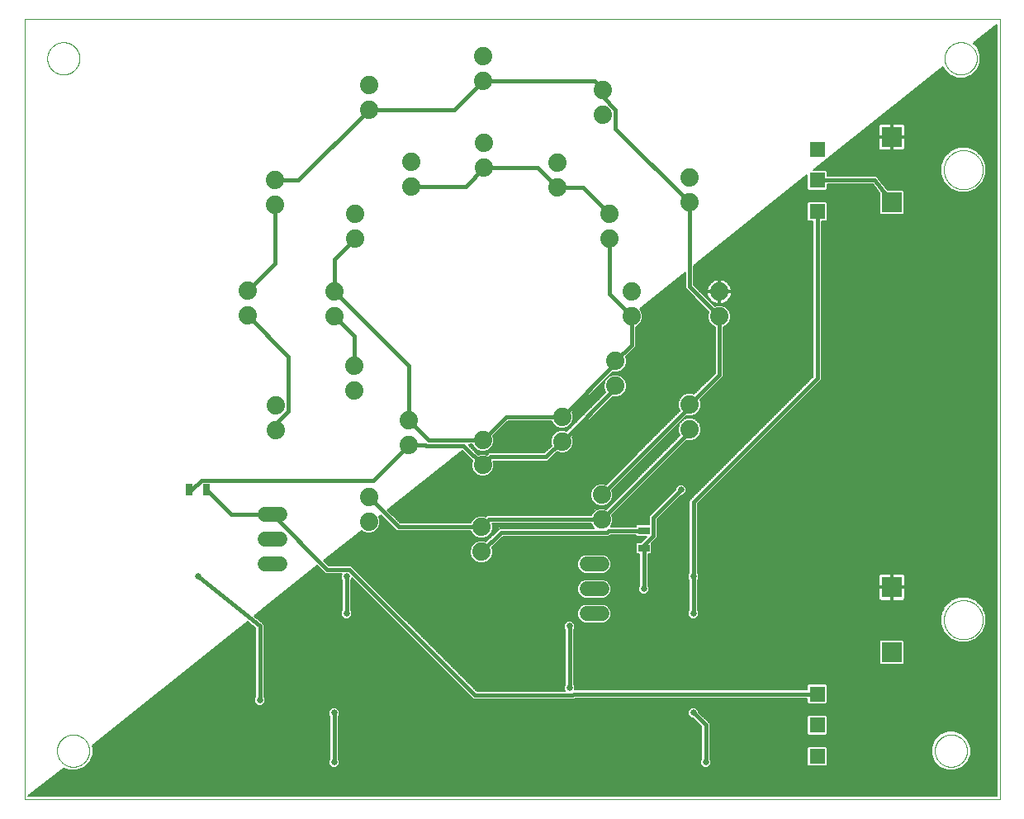
<source format=gtl>
G75*
%MOIN*%
%OFA0B0*%
%FSLAX25Y25*%
%IPPOS*%
%LPD*%
%AMOC8*
5,1,8,0,0,1.08239X$1,22.5*
%
%ADD10C,0.00000*%
%ADD11C,0.07400*%
%ADD12R,0.08268X0.08268*%
%ADD13R,0.06300X0.06300*%
%ADD14R,0.03150X0.04724*%
%ADD15R,0.04724X0.03150*%
%ADD16C,0.06000*%
%ADD17C,0.02578*%
%ADD18C,0.01600*%
%ADD19C,0.00600*%
D10*
X0001300Y0022263D02*
X0001300Y0337223D01*
X0395001Y0337223D01*
X0395001Y0022263D01*
X0001300Y0022263D01*
X0014485Y0041948D02*
X0014487Y0042109D01*
X0014493Y0042269D01*
X0014503Y0042430D01*
X0014517Y0042590D01*
X0014535Y0042750D01*
X0014556Y0042909D01*
X0014582Y0043068D01*
X0014612Y0043226D01*
X0014645Y0043383D01*
X0014683Y0043540D01*
X0014724Y0043695D01*
X0014769Y0043849D01*
X0014818Y0044002D01*
X0014871Y0044154D01*
X0014927Y0044305D01*
X0014988Y0044454D01*
X0015051Y0044602D01*
X0015119Y0044748D01*
X0015190Y0044892D01*
X0015264Y0045034D01*
X0015342Y0045175D01*
X0015424Y0045313D01*
X0015509Y0045450D01*
X0015597Y0045584D01*
X0015689Y0045716D01*
X0015784Y0045846D01*
X0015882Y0045974D01*
X0015983Y0046099D01*
X0016087Y0046221D01*
X0016194Y0046341D01*
X0016304Y0046458D01*
X0016417Y0046573D01*
X0016533Y0046684D01*
X0016652Y0046793D01*
X0016773Y0046898D01*
X0016897Y0047001D01*
X0017023Y0047101D01*
X0017151Y0047197D01*
X0017282Y0047290D01*
X0017416Y0047380D01*
X0017551Y0047467D01*
X0017689Y0047550D01*
X0017828Y0047630D01*
X0017970Y0047706D01*
X0018113Y0047779D01*
X0018258Y0047848D01*
X0018405Y0047914D01*
X0018553Y0047976D01*
X0018703Y0048034D01*
X0018854Y0048089D01*
X0019007Y0048140D01*
X0019161Y0048187D01*
X0019316Y0048230D01*
X0019472Y0048269D01*
X0019628Y0048305D01*
X0019786Y0048336D01*
X0019944Y0048364D01*
X0020103Y0048388D01*
X0020263Y0048408D01*
X0020423Y0048424D01*
X0020583Y0048436D01*
X0020744Y0048444D01*
X0020905Y0048448D01*
X0021065Y0048448D01*
X0021226Y0048444D01*
X0021387Y0048436D01*
X0021547Y0048424D01*
X0021707Y0048408D01*
X0021867Y0048388D01*
X0022026Y0048364D01*
X0022184Y0048336D01*
X0022342Y0048305D01*
X0022498Y0048269D01*
X0022654Y0048230D01*
X0022809Y0048187D01*
X0022963Y0048140D01*
X0023116Y0048089D01*
X0023267Y0048034D01*
X0023417Y0047976D01*
X0023565Y0047914D01*
X0023712Y0047848D01*
X0023857Y0047779D01*
X0024000Y0047706D01*
X0024142Y0047630D01*
X0024281Y0047550D01*
X0024419Y0047467D01*
X0024554Y0047380D01*
X0024688Y0047290D01*
X0024819Y0047197D01*
X0024947Y0047101D01*
X0025073Y0047001D01*
X0025197Y0046898D01*
X0025318Y0046793D01*
X0025437Y0046684D01*
X0025553Y0046573D01*
X0025666Y0046458D01*
X0025776Y0046341D01*
X0025883Y0046221D01*
X0025987Y0046099D01*
X0026088Y0045974D01*
X0026186Y0045846D01*
X0026281Y0045716D01*
X0026373Y0045584D01*
X0026461Y0045450D01*
X0026546Y0045313D01*
X0026628Y0045175D01*
X0026706Y0045034D01*
X0026780Y0044892D01*
X0026851Y0044748D01*
X0026919Y0044602D01*
X0026982Y0044454D01*
X0027043Y0044305D01*
X0027099Y0044154D01*
X0027152Y0044002D01*
X0027201Y0043849D01*
X0027246Y0043695D01*
X0027287Y0043540D01*
X0027325Y0043383D01*
X0027358Y0043226D01*
X0027388Y0043068D01*
X0027414Y0042909D01*
X0027435Y0042750D01*
X0027453Y0042590D01*
X0027467Y0042430D01*
X0027477Y0042269D01*
X0027483Y0042109D01*
X0027485Y0041948D01*
X0027483Y0041787D01*
X0027477Y0041627D01*
X0027467Y0041466D01*
X0027453Y0041306D01*
X0027435Y0041146D01*
X0027414Y0040987D01*
X0027388Y0040828D01*
X0027358Y0040670D01*
X0027325Y0040513D01*
X0027287Y0040356D01*
X0027246Y0040201D01*
X0027201Y0040047D01*
X0027152Y0039894D01*
X0027099Y0039742D01*
X0027043Y0039591D01*
X0026982Y0039442D01*
X0026919Y0039294D01*
X0026851Y0039148D01*
X0026780Y0039004D01*
X0026706Y0038862D01*
X0026628Y0038721D01*
X0026546Y0038583D01*
X0026461Y0038446D01*
X0026373Y0038312D01*
X0026281Y0038180D01*
X0026186Y0038050D01*
X0026088Y0037922D01*
X0025987Y0037797D01*
X0025883Y0037675D01*
X0025776Y0037555D01*
X0025666Y0037438D01*
X0025553Y0037323D01*
X0025437Y0037212D01*
X0025318Y0037103D01*
X0025197Y0036998D01*
X0025073Y0036895D01*
X0024947Y0036795D01*
X0024819Y0036699D01*
X0024688Y0036606D01*
X0024554Y0036516D01*
X0024419Y0036429D01*
X0024281Y0036346D01*
X0024142Y0036266D01*
X0024000Y0036190D01*
X0023857Y0036117D01*
X0023712Y0036048D01*
X0023565Y0035982D01*
X0023417Y0035920D01*
X0023267Y0035862D01*
X0023116Y0035807D01*
X0022963Y0035756D01*
X0022809Y0035709D01*
X0022654Y0035666D01*
X0022498Y0035627D01*
X0022342Y0035591D01*
X0022184Y0035560D01*
X0022026Y0035532D01*
X0021867Y0035508D01*
X0021707Y0035488D01*
X0021547Y0035472D01*
X0021387Y0035460D01*
X0021226Y0035452D01*
X0021065Y0035448D01*
X0020905Y0035448D01*
X0020744Y0035452D01*
X0020583Y0035460D01*
X0020423Y0035472D01*
X0020263Y0035488D01*
X0020103Y0035508D01*
X0019944Y0035532D01*
X0019786Y0035560D01*
X0019628Y0035591D01*
X0019472Y0035627D01*
X0019316Y0035666D01*
X0019161Y0035709D01*
X0019007Y0035756D01*
X0018854Y0035807D01*
X0018703Y0035862D01*
X0018553Y0035920D01*
X0018405Y0035982D01*
X0018258Y0036048D01*
X0018113Y0036117D01*
X0017970Y0036190D01*
X0017828Y0036266D01*
X0017689Y0036346D01*
X0017551Y0036429D01*
X0017416Y0036516D01*
X0017282Y0036606D01*
X0017151Y0036699D01*
X0017023Y0036795D01*
X0016897Y0036895D01*
X0016773Y0036998D01*
X0016652Y0037103D01*
X0016533Y0037212D01*
X0016417Y0037323D01*
X0016304Y0037438D01*
X0016194Y0037555D01*
X0016087Y0037675D01*
X0015983Y0037797D01*
X0015882Y0037922D01*
X0015784Y0038050D01*
X0015689Y0038180D01*
X0015597Y0038312D01*
X0015509Y0038446D01*
X0015424Y0038583D01*
X0015342Y0038721D01*
X0015264Y0038862D01*
X0015190Y0039004D01*
X0015119Y0039148D01*
X0015051Y0039294D01*
X0014988Y0039442D01*
X0014927Y0039591D01*
X0014871Y0039742D01*
X0014818Y0039894D01*
X0014769Y0040047D01*
X0014724Y0040201D01*
X0014683Y0040356D01*
X0014645Y0040513D01*
X0014612Y0040670D01*
X0014582Y0040828D01*
X0014556Y0040987D01*
X0014535Y0041146D01*
X0014517Y0041306D01*
X0014503Y0041466D01*
X0014493Y0041627D01*
X0014487Y0041787D01*
X0014485Y0041948D01*
X0010548Y0321475D02*
X0010550Y0321636D01*
X0010556Y0321796D01*
X0010566Y0321957D01*
X0010580Y0322117D01*
X0010598Y0322277D01*
X0010619Y0322436D01*
X0010645Y0322595D01*
X0010675Y0322753D01*
X0010708Y0322910D01*
X0010746Y0323067D01*
X0010787Y0323222D01*
X0010832Y0323376D01*
X0010881Y0323529D01*
X0010934Y0323681D01*
X0010990Y0323832D01*
X0011051Y0323981D01*
X0011114Y0324129D01*
X0011182Y0324275D01*
X0011253Y0324419D01*
X0011327Y0324561D01*
X0011405Y0324702D01*
X0011487Y0324840D01*
X0011572Y0324977D01*
X0011660Y0325111D01*
X0011752Y0325243D01*
X0011847Y0325373D01*
X0011945Y0325501D01*
X0012046Y0325626D01*
X0012150Y0325748D01*
X0012257Y0325868D01*
X0012367Y0325985D01*
X0012480Y0326100D01*
X0012596Y0326211D01*
X0012715Y0326320D01*
X0012836Y0326425D01*
X0012960Y0326528D01*
X0013086Y0326628D01*
X0013214Y0326724D01*
X0013345Y0326817D01*
X0013479Y0326907D01*
X0013614Y0326994D01*
X0013752Y0327077D01*
X0013891Y0327157D01*
X0014033Y0327233D01*
X0014176Y0327306D01*
X0014321Y0327375D01*
X0014468Y0327441D01*
X0014616Y0327503D01*
X0014766Y0327561D01*
X0014917Y0327616D01*
X0015070Y0327667D01*
X0015224Y0327714D01*
X0015379Y0327757D01*
X0015535Y0327796D01*
X0015691Y0327832D01*
X0015849Y0327863D01*
X0016007Y0327891D01*
X0016166Y0327915D01*
X0016326Y0327935D01*
X0016486Y0327951D01*
X0016646Y0327963D01*
X0016807Y0327971D01*
X0016968Y0327975D01*
X0017128Y0327975D01*
X0017289Y0327971D01*
X0017450Y0327963D01*
X0017610Y0327951D01*
X0017770Y0327935D01*
X0017930Y0327915D01*
X0018089Y0327891D01*
X0018247Y0327863D01*
X0018405Y0327832D01*
X0018561Y0327796D01*
X0018717Y0327757D01*
X0018872Y0327714D01*
X0019026Y0327667D01*
X0019179Y0327616D01*
X0019330Y0327561D01*
X0019480Y0327503D01*
X0019628Y0327441D01*
X0019775Y0327375D01*
X0019920Y0327306D01*
X0020063Y0327233D01*
X0020205Y0327157D01*
X0020344Y0327077D01*
X0020482Y0326994D01*
X0020617Y0326907D01*
X0020751Y0326817D01*
X0020882Y0326724D01*
X0021010Y0326628D01*
X0021136Y0326528D01*
X0021260Y0326425D01*
X0021381Y0326320D01*
X0021500Y0326211D01*
X0021616Y0326100D01*
X0021729Y0325985D01*
X0021839Y0325868D01*
X0021946Y0325748D01*
X0022050Y0325626D01*
X0022151Y0325501D01*
X0022249Y0325373D01*
X0022344Y0325243D01*
X0022436Y0325111D01*
X0022524Y0324977D01*
X0022609Y0324840D01*
X0022691Y0324702D01*
X0022769Y0324561D01*
X0022843Y0324419D01*
X0022914Y0324275D01*
X0022982Y0324129D01*
X0023045Y0323981D01*
X0023106Y0323832D01*
X0023162Y0323681D01*
X0023215Y0323529D01*
X0023264Y0323376D01*
X0023309Y0323222D01*
X0023350Y0323067D01*
X0023388Y0322910D01*
X0023421Y0322753D01*
X0023451Y0322595D01*
X0023477Y0322436D01*
X0023498Y0322277D01*
X0023516Y0322117D01*
X0023530Y0321957D01*
X0023540Y0321796D01*
X0023546Y0321636D01*
X0023548Y0321475D01*
X0023546Y0321314D01*
X0023540Y0321154D01*
X0023530Y0320993D01*
X0023516Y0320833D01*
X0023498Y0320673D01*
X0023477Y0320514D01*
X0023451Y0320355D01*
X0023421Y0320197D01*
X0023388Y0320040D01*
X0023350Y0319883D01*
X0023309Y0319728D01*
X0023264Y0319574D01*
X0023215Y0319421D01*
X0023162Y0319269D01*
X0023106Y0319118D01*
X0023045Y0318969D01*
X0022982Y0318821D01*
X0022914Y0318675D01*
X0022843Y0318531D01*
X0022769Y0318389D01*
X0022691Y0318248D01*
X0022609Y0318110D01*
X0022524Y0317973D01*
X0022436Y0317839D01*
X0022344Y0317707D01*
X0022249Y0317577D01*
X0022151Y0317449D01*
X0022050Y0317324D01*
X0021946Y0317202D01*
X0021839Y0317082D01*
X0021729Y0316965D01*
X0021616Y0316850D01*
X0021500Y0316739D01*
X0021381Y0316630D01*
X0021260Y0316525D01*
X0021136Y0316422D01*
X0021010Y0316322D01*
X0020882Y0316226D01*
X0020751Y0316133D01*
X0020617Y0316043D01*
X0020482Y0315956D01*
X0020344Y0315873D01*
X0020205Y0315793D01*
X0020063Y0315717D01*
X0019920Y0315644D01*
X0019775Y0315575D01*
X0019628Y0315509D01*
X0019480Y0315447D01*
X0019330Y0315389D01*
X0019179Y0315334D01*
X0019026Y0315283D01*
X0018872Y0315236D01*
X0018717Y0315193D01*
X0018561Y0315154D01*
X0018405Y0315118D01*
X0018247Y0315087D01*
X0018089Y0315059D01*
X0017930Y0315035D01*
X0017770Y0315015D01*
X0017610Y0314999D01*
X0017450Y0314987D01*
X0017289Y0314979D01*
X0017128Y0314975D01*
X0016968Y0314975D01*
X0016807Y0314979D01*
X0016646Y0314987D01*
X0016486Y0314999D01*
X0016326Y0315015D01*
X0016166Y0315035D01*
X0016007Y0315059D01*
X0015849Y0315087D01*
X0015691Y0315118D01*
X0015535Y0315154D01*
X0015379Y0315193D01*
X0015224Y0315236D01*
X0015070Y0315283D01*
X0014917Y0315334D01*
X0014766Y0315389D01*
X0014616Y0315447D01*
X0014468Y0315509D01*
X0014321Y0315575D01*
X0014176Y0315644D01*
X0014033Y0315717D01*
X0013891Y0315793D01*
X0013752Y0315873D01*
X0013614Y0315956D01*
X0013479Y0316043D01*
X0013345Y0316133D01*
X0013214Y0316226D01*
X0013086Y0316322D01*
X0012960Y0316422D01*
X0012836Y0316525D01*
X0012715Y0316630D01*
X0012596Y0316739D01*
X0012480Y0316850D01*
X0012367Y0316965D01*
X0012257Y0317082D01*
X0012150Y0317202D01*
X0012046Y0317324D01*
X0011945Y0317449D01*
X0011847Y0317577D01*
X0011752Y0317707D01*
X0011660Y0317839D01*
X0011572Y0317973D01*
X0011487Y0318110D01*
X0011405Y0318248D01*
X0011327Y0318389D01*
X0011253Y0318531D01*
X0011182Y0318675D01*
X0011114Y0318821D01*
X0011051Y0318969D01*
X0010990Y0319118D01*
X0010934Y0319269D01*
X0010881Y0319421D01*
X0010832Y0319574D01*
X0010787Y0319728D01*
X0010746Y0319883D01*
X0010708Y0320040D01*
X0010675Y0320197D01*
X0010645Y0320355D01*
X0010619Y0320514D01*
X0010598Y0320673D01*
X0010580Y0320833D01*
X0010566Y0320993D01*
X0010556Y0321154D01*
X0010550Y0321314D01*
X0010548Y0321475D01*
X0368816Y0041948D02*
X0368818Y0042109D01*
X0368824Y0042269D01*
X0368834Y0042430D01*
X0368848Y0042590D01*
X0368866Y0042750D01*
X0368887Y0042909D01*
X0368913Y0043068D01*
X0368943Y0043226D01*
X0368976Y0043383D01*
X0369014Y0043540D01*
X0369055Y0043695D01*
X0369100Y0043849D01*
X0369149Y0044002D01*
X0369202Y0044154D01*
X0369258Y0044305D01*
X0369319Y0044454D01*
X0369382Y0044602D01*
X0369450Y0044748D01*
X0369521Y0044892D01*
X0369595Y0045034D01*
X0369673Y0045175D01*
X0369755Y0045313D01*
X0369840Y0045450D01*
X0369928Y0045584D01*
X0370020Y0045716D01*
X0370115Y0045846D01*
X0370213Y0045974D01*
X0370314Y0046099D01*
X0370418Y0046221D01*
X0370525Y0046341D01*
X0370635Y0046458D01*
X0370748Y0046573D01*
X0370864Y0046684D01*
X0370983Y0046793D01*
X0371104Y0046898D01*
X0371228Y0047001D01*
X0371354Y0047101D01*
X0371482Y0047197D01*
X0371613Y0047290D01*
X0371747Y0047380D01*
X0371882Y0047467D01*
X0372020Y0047550D01*
X0372159Y0047630D01*
X0372301Y0047706D01*
X0372444Y0047779D01*
X0372589Y0047848D01*
X0372736Y0047914D01*
X0372884Y0047976D01*
X0373034Y0048034D01*
X0373185Y0048089D01*
X0373338Y0048140D01*
X0373492Y0048187D01*
X0373647Y0048230D01*
X0373803Y0048269D01*
X0373959Y0048305D01*
X0374117Y0048336D01*
X0374275Y0048364D01*
X0374434Y0048388D01*
X0374594Y0048408D01*
X0374754Y0048424D01*
X0374914Y0048436D01*
X0375075Y0048444D01*
X0375236Y0048448D01*
X0375396Y0048448D01*
X0375557Y0048444D01*
X0375718Y0048436D01*
X0375878Y0048424D01*
X0376038Y0048408D01*
X0376198Y0048388D01*
X0376357Y0048364D01*
X0376515Y0048336D01*
X0376673Y0048305D01*
X0376829Y0048269D01*
X0376985Y0048230D01*
X0377140Y0048187D01*
X0377294Y0048140D01*
X0377447Y0048089D01*
X0377598Y0048034D01*
X0377748Y0047976D01*
X0377896Y0047914D01*
X0378043Y0047848D01*
X0378188Y0047779D01*
X0378331Y0047706D01*
X0378473Y0047630D01*
X0378612Y0047550D01*
X0378750Y0047467D01*
X0378885Y0047380D01*
X0379019Y0047290D01*
X0379150Y0047197D01*
X0379278Y0047101D01*
X0379404Y0047001D01*
X0379528Y0046898D01*
X0379649Y0046793D01*
X0379768Y0046684D01*
X0379884Y0046573D01*
X0379997Y0046458D01*
X0380107Y0046341D01*
X0380214Y0046221D01*
X0380318Y0046099D01*
X0380419Y0045974D01*
X0380517Y0045846D01*
X0380612Y0045716D01*
X0380704Y0045584D01*
X0380792Y0045450D01*
X0380877Y0045313D01*
X0380959Y0045175D01*
X0381037Y0045034D01*
X0381111Y0044892D01*
X0381182Y0044748D01*
X0381250Y0044602D01*
X0381313Y0044454D01*
X0381374Y0044305D01*
X0381430Y0044154D01*
X0381483Y0044002D01*
X0381532Y0043849D01*
X0381577Y0043695D01*
X0381618Y0043540D01*
X0381656Y0043383D01*
X0381689Y0043226D01*
X0381719Y0043068D01*
X0381745Y0042909D01*
X0381766Y0042750D01*
X0381784Y0042590D01*
X0381798Y0042430D01*
X0381808Y0042269D01*
X0381814Y0042109D01*
X0381816Y0041948D01*
X0381814Y0041787D01*
X0381808Y0041627D01*
X0381798Y0041466D01*
X0381784Y0041306D01*
X0381766Y0041146D01*
X0381745Y0040987D01*
X0381719Y0040828D01*
X0381689Y0040670D01*
X0381656Y0040513D01*
X0381618Y0040356D01*
X0381577Y0040201D01*
X0381532Y0040047D01*
X0381483Y0039894D01*
X0381430Y0039742D01*
X0381374Y0039591D01*
X0381313Y0039442D01*
X0381250Y0039294D01*
X0381182Y0039148D01*
X0381111Y0039004D01*
X0381037Y0038862D01*
X0380959Y0038721D01*
X0380877Y0038583D01*
X0380792Y0038446D01*
X0380704Y0038312D01*
X0380612Y0038180D01*
X0380517Y0038050D01*
X0380419Y0037922D01*
X0380318Y0037797D01*
X0380214Y0037675D01*
X0380107Y0037555D01*
X0379997Y0037438D01*
X0379884Y0037323D01*
X0379768Y0037212D01*
X0379649Y0037103D01*
X0379528Y0036998D01*
X0379404Y0036895D01*
X0379278Y0036795D01*
X0379150Y0036699D01*
X0379019Y0036606D01*
X0378885Y0036516D01*
X0378750Y0036429D01*
X0378612Y0036346D01*
X0378473Y0036266D01*
X0378331Y0036190D01*
X0378188Y0036117D01*
X0378043Y0036048D01*
X0377896Y0035982D01*
X0377748Y0035920D01*
X0377598Y0035862D01*
X0377447Y0035807D01*
X0377294Y0035756D01*
X0377140Y0035709D01*
X0376985Y0035666D01*
X0376829Y0035627D01*
X0376673Y0035591D01*
X0376515Y0035560D01*
X0376357Y0035532D01*
X0376198Y0035508D01*
X0376038Y0035488D01*
X0375878Y0035472D01*
X0375718Y0035460D01*
X0375557Y0035452D01*
X0375396Y0035448D01*
X0375236Y0035448D01*
X0375075Y0035452D01*
X0374914Y0035460D01*
X0374754Y0035472D01*
X0374594Y0035488D01*
X0374434Y0035508D01*
X0374275Y0035532D01*
X0374117Y0035560D01*
X0373959Y0035591D01*
X0373803Y0035627D01*
X0373647Y0035666D01*
X0373492Y0035709D01*
X0373338Y0035756D01*
X0373185Y0035807D01*
X0373034Y0035862D01*
X0372884Y0035920D01*
X0372736Y0035982D01*
X0372589Y0036048D01*
X0372444Y0036117D01*
X0372301Y0036190D01*
X0372159Y0036266D01*
X0372020Y0036346D01*
X0371882Y0036429D01*
X0371747Y0036516D01*
X0371613Y0036606D01*
X0371482Y0036699D01*
X0371354Y0036795D01*
X0371228Y0036895D01*
X0371104Y0036998D01*
X0370983Y0037103D01*
X0370864Y0037212D01*
X0370748Y0037323D01*
X0370635Y0037438D01*
X0370525Y0037555D01*
X0370418Y0037675D01*
X0370314Y0037797D01*
X0370213Y0037922D01*
X0370115Y0038050D01*
X0370020Y0038180D01*
X0369928Y0038312D01*
X0369840Y0038446D01*
X0369755Y0038583D01*
X0369673Y0038721D01*
X0369595Y0038862D01*
X0369521Y0039004D01*
X0369450Y0039148D01*
X0369382Y0039294D01*
X0369319Y0039442D01*
X0369258Y0039591D01*
X0369202Y0039742D01*
X0369149Y0039894D01*
X0369100Y0040047D01*
X0369055Y0040201D01*
X0369014Y0040356D01*
X0368976Y0040513D01*
X0368943Y0040670D01*
X0368913Y0040828D01*
X0368887Y0040987D01*
X0368866Y0041146D01*
X0368848Y0041306D01*
X0368834Y0041466D01*
X0368824Y0041627D01*
X0368818Y0041787D01*
X0368816Y0041948D01*
X0372442Y0094822D02*
X0372444Y0095015D01*
X0372451Y0095208D01*
X0372463Y0095401D01*
X0372480Y0095594D01*
X0372501Y0095786D01*
X0372527Y0095977D01*
X0372558Y0096168D01*
X0372593Y0096358D01*
X0372633Y0096547D01*
X0372678Y0096735D01*
X0372727Y0096922D01*
X0372781Y0097108D01*
X0372839Y0097292D01*
X0372902Y0097475D01*
X0372970Y0097656D01*
X0373041Y0097835D01*
X0373118Y0098013D01*
X0373198Y0098189D01*
X0373283Y0098362D01*
X0373372Y0098534D01*
X0373465Y0098703D01*
X0373562Y0098870D01*
X0373664Y0099035D01*
X0373769Y0099197D01*
X0373878Y0099356D01*
X0373992Y0099513D01*
X0374109Y0099666D01*
X0374229Y0099817D01*
X0374354Y0099965D01*
X0374482Y0100110D01*
X0374613Y0100251D01*
X0374748Y0100390D01*
X0374887Y0100525D01*
X0375028Y0100656D01*
X0375173Y0100784D01*
X0375321Y0100909D01*
X0375472Y0101029D01*
X0375625Y0101146D01*
X0375782Y0101260D01*
X0375941Y0101369D01*
X0376103Y0101474D01*
X0376268Y0101576D01*
X0376435Y0101673D01*
X0376604Y0101766D01*
X0376776Y0101855D01*
X0376949Y0101940D01*
X0377125Y0102020D01*
X0377303Y0102097D01*
X0377482Y0102168D01*
X0377663Y0102236D01*
X0377846Y0102299D01*
X0378030Y0102357D01*
X0378216Y0102411D01*
X0378403Y0102460D01*
X0378591Y0102505D01*
X0378780Y0102545D01*
X0378970Y0102580D01*
X0379161Y0102611D01*
X0379352Y0102637D01*
X0379544Y0102658D01*
X0379737Y0102675D01*
X0379930Y0102687D01*
X0380123Y0102694D01*
X0380316Y0102696D01*
X0380509Y0102694D01*
X0380702Y0102687D01*
X0380895Y0102675D01*
X0381088Y0102658D01*
X0381280Y0102637D01*
X0381471Y0102611D01*
X0381662Y0102580D01*
X0381852Y0102545D01*
X0382041Y0102505D01*
X0382229Y0102460D01*
X0382416Y0102411D01*
X0382602Y0102357D01*
X0382786Y0102299D01*
X0382969Y0102236D01*
X0383150Y0102168D01*
X0383329Y0102097D01*
X0383507Y0102020D01*
X0383683Y0101940D01*
X0383856Y0101855D01*
X0384028Y0101766D01*
X0384197Y0101673D01*
X0384364Y0101576D01*
X0384529Y0101474D01*
X0384691Y0101369D01*
X0384850Y0101260D01*
X0385007Y0101146D01*
X0385160Y0101029D01*
X0385311Y0100909D01*
X0385459Y0100784D01*
X0385604Y0100656D01*
X0385745Y0100525D01*
X0385884Y0100390D01*
X0386019Y0100251D01*
X0386150Y0100110D01*
X0386278Y0099965D01*
X0386403Y0099817D01*
X0386523Y0099666D01*
X0386640Y0099513D01*
X0386754Y0099356D01*
X0386863Y0099197D01*
X0386968Y0099035D01*
X0387070Y0098870D01*
X0387167Y0098703D01*
X0387260Y0098534D01*
X0387349Y0098362D01*
X0387434Y0098189D01*
X0387514Y0098013D01*
X0387591Y0097835D01*
X0387662Y0097656D01*
X0387730Y0097475D01*
X0387793Y0097292D01*
X0387851Y0097108D01*
X0387905Y0096922D01*
X0387954Y0096735D01*
X0387999Y0096547D01*
X0388039Y0096358D01*
X0388074Y0096168D01*
X0388105Y0095977D01*
X0388131Y0095786D01*
X0388152Y0095594D01*
X0388169Y0095401D01*
X0388181Y0095208D01*
X0388188Y0095015D01*
X0388190Y0094822D01*
X0388188Y0094629D01*
X0388181Y0094436D01*
X0388169Y0094243D01*
X0388152Y0094050D01*
X0388131Y0093858D01*
X0388105Y0093667D01*
X0388074Y0093476D01*
X0388039Y0093286D01*
X0387999Y0093097D01*
X0387954Y0092909D01*
X0387905Y0092722D01*
X0387851Y0092536D01*
X0387793Y0092352D01*
X0387730Y0092169D01*
X0387662Y0091988D01*
X0387591Y0091809D01*
X0387514Y0091631D01*
X0387434Y0091455D01*
X0387349Y0091282D01*
X0387260Y0091110D01*
X0387167Y0090941D01*
X0387070Y0090774D01*
X0386968Y0090609D01*
X0386863Y0090447D01*
X0386754Y0090288D01*
X0386640Y0090131D01*
X0386523Y0089978D01*
X0386403Y0089827D01*
X0386278Y0089679D01*
X0386150Y0089534D01*
X0386019Y0089393D01*
X0385884Y0089254D01*
X0385745Y0089119D01*
X0385604Y0088988D01*
X0385459Y0088860D01*
X0385311Y0088735D01*
X0385160Y0088615D01*
X0385007Y0088498D01*
X0384850Y0088384D01*
X0384691Y0088275D01*
X0384529Y0088170D01*
X0384364Y0088068D01*
X0384197Y0087971D01*
X0384028Y0087878D01*
X0383856Y0087789D01*
X0383683Y0087704D01*
X0383507Y0087624D01*
X0383329Y0087547D01*
X0383150Y0087476D01*
X0382969Y0087408D01*
X0382786Y0087345D01*
X0382602Y0087287D01*
X0382416Y0087233D01*
X0382229Y0087184D01*
X0382041Y0087139D01*
X0381852Y0087099D01*
X0381662Y0087064D01*
X0381471Y0087033D01*
X0381280Y0087007D01*
X0381088Y0086986D01*
X0380895Y0086969D01*
X0380702Y0086957D01*
X0380509Y0086950D01*
X0380316Y0086948D01*
X0380123Y0086950D01*
X0379930Y0086957D01*
X0379737Y0086969D01*
X0379544Y0086986D01*
X0379352Y0087007D01*
X0379161Y0087033D01*
X0378970Y0087064D01*
X0378780Y0087099D01*
X0378591Y0087139D01*
X0378403Y0087184D01*
X0378216Y0087233D01*
X0378030Y0087287D01*
X0377846Y0087345D01*
X0377663Y0087408D01*
X0377482Y0087476D01*
X0377303Y0087547D01*
X0377125Y0087624D01*
X0376949Y0087704D01*
X0376776Y0087789D01*
X0376604Y0087878D01*
X0376435Y0087971D01*
X0376268Y0088068D01*
X0376103Y0088170D01*
X0375941Y0088275D01*
X0375782Y0088384D01*
X0375625Y0088498D01*
X0375472Y0088615D01*
X0375321Y0088735D01*
X0375173Y0088860D01*
X0375028Y0088988D01*
X0374887Y0089119D01*
X0374748Y0089254D01*
X0374613Y0089393D01*
X0374482Y0089534D01*
X0374354Y0089679D01*
X0374229Y0089827D01*
X0374109Y0089978D01*
X0373992Y0090131D01*
X0373878Y0090288D01*
X0373769Y0090447D01*
X0373664Y0090609D01*
X0373562Y0090774D01*
X0373465Y0090941D01*
X0373372Y0091110D01*
X0373283Y0091282D01*
X0373198Y0091455D01*
X0373118Y0091631D01*
X0373041Y0091809D01*
X0372970Y0091988D01*
X0372902Y0092169D01*
X0372839Y0092352D01*
X0372781Y0092536D01*
X0372727Y0092722D01*
X0372678Y0092909D01*
X0372633Y0093097D01*
X0372593Y0093286D01*
X0372558Y0093476D01*
X0372527Y0093667D01*
X0372501Y0093858D01*
X0372480Y0094050D01*
X0372463Y0094243D01*
X0372451Y0094436D01*
X0372444Y0094629D01*
X0372442Y0094822D01*
X0372442Y0276514D02*
X0372444Y0276707D01*
X0372451Y0276900D01*
X0372463Y0277093D01*
X0372480Y0277286D01*
X0372501Y0277478D01*
X0372527Y0277669D01*
X0372558Y0277860D01*
X0372593Y0278050D01*
X0372633Y0278239D01*
X0372678Y0278427D01*
X0372727Y0278614D01*
X0372781Y0278800D01*
X0372839Y0278984D01*
X0372902Y0279167D01*
X0372970Y0279348D01*
X0373041Y0279527D01*
X0373118Y0279705D01*
X0373198Y0279881D01*
X0373283Y0280054D01*
X0373372Y0280226D01*
X0373465Y0280395D01*
X0373562Y0280562D01*
X0373664Y0280727D01*
X0373769Y0280889D01*
X0373878Y0281048D01*
X0373992Y0281205D01*
X0374109Y0281358D01*
X0374229Y0281509D01*
X0374354Y0281657D01*
X0374482Y0281802D01*
X0374613Y0281943D01*
X0374748Y0282082D01*
X0374887Y0282217D01*
X0375028Y0282348D01*
X0375173Y0282476D01*
X0375321Y0282601D01*
X0375472Y0282721D01*
X0375625Y0282838D01*
X0375782Y0282952D01*
X0375941Y0283061D01*
X0376103Y0283166D01*
X0376268Y0283268D01*
X0376435Y0283365D01*
X0376604Y0283458D01*
X0376776Y0283547D01*
X0376949Y0283632D01*
X0377125Y0283712D01*
X0377303Y0283789D01*
X0377482Y0283860D01*
X0377663Y0283928D01*
X0377846Y0283991D01*
X0378030Y0284049D01*
X0378216Y0284103D01*
X0378403Y0284152D01*
X0378591Y0284197D01*
X0378780Y0284237D01*
X0378970Y0284272D01*
X0379161Y0284303D01*
X0379352Y0284329D01*
X0379544Y0284350D01*
X0379737Y0284367D01*
X0379930Y0284379D01*
X0380123Y0284386D01*
X0380316Y0284388D01*
X0380509Y0284386D01*
X0380702Y0284379D01*
X0380895Y0284367D01*
X0381088Y0284350D01*
X0381280Y0284329D01*
X0381471Y0284303D01*
X0381662Y0284272D01*
X0381852Y0284237D01*
X0382041Y0284197D01*
X0382229Y0284152D01*
X0382416Y0284103D01*
X0382602Y0284049D01*
X0382786Y0283991D01*
X0382969Y0283928D01*
X0383150Y0283860D01*
X0383329Y0283789D01*
X0383507Y0283712D01*
X0383683Y0283632D01*
X0383856Y0283547D01*
X0384028Y0283458D01*
X0384197Y0283365D01*
X0384364Y0283268D01*
X0384529Y0283166D01*
X0384691Y0283061D01*
X0384850Y0282952D01*
X0385007Y0282838D01*
X0385160Y0282721D01*
X0385311Y0282601D01*
X0385459Y0282476D01*
X0385604Y0282348D01*
X0385745Y0282217D01*
X0385884Y0282082D01*
X0386019Y0281943D01*
X0386150Y0281802D01*
X0386278Y0281657D01*
X0386403Y0281509D01*
X0386523Y0281358D01*
X0386640Y0281205D01*
X0386754Y0281048D01*
X0386863Y0280889D01*
X0386968Y0280727D01*
X0387070Y0280562D01*
X0387167Y0280395D01*
X0387260Y0280226D01*
X0387349Y0280054D01*
X0387434Y0279881D01*
X0387514Y0279705D01*
X0387591Y0279527D01*
X0387662Y0279348D01*
X0387730Y0279167D01*
X0387793Y0278984D01*
X0387851Y0278800D01*
X0387905Y0278614D01*
X0387954Y0278427D01*
X0387999Y0278239D01*
X0388039Y0278050D01*
X0388074Y0277860D01*
X0388105Y0277669D01*
X0388131Y0277478D01*
X0388152Y0277286D01*
X0388169Y0277093D01*
X0388181Y0276900D01*
X0388188Y0276707D01*
X0388190Y0276514D01*
X0388188Y0276321D01*
X0388181Y0276128D01*
X0388169Y0275935D01*
X0388152Y0275742D01*
X0388131Y0275550D01*
X0388105Y0275359D01*
X0388074Y0275168D01*
X0388039Y0274978D01*
X0387999Y0274789D01*
X0387954Y0274601D01*
X0387905Y0274414D01*
X0387851Y0274228D01*
X0387793Y0274044D01*
X0387730Y0273861D01*
X0387662Y0273680D01*
X0387591Y0273501D01*
X0387514Y0273323D01*
X0387434Y0273147D01*
X0387349Y0272974D01*
X0387260Y0272802D01*
X0387167Y0272633D01*
X0387070Y0272466D01*
X0386968Y0272301D01*
X0386863Y0272139D01*
X0386754Y0271980D01*
X0386640Y0271823D01*
X0386523Y0271670D01*
X0386403Y0271519D01*
X0386278Y0271371D01*
X0386150Y0271226D01*
X0386019Y0271085D01*
X0385884Y0270946D01*
X0385745Y0270811D01*
X0385604Y0270680D01*
X0385459Y0270552D01*
X0385311Y0270427D01*
X0385160Y0270307D01*
X0385007Y0270190D01*
X0384850Y0270076D01*
X0384691Y0269967D01*
X0384529Y0269862D01*
X0384364Y0269760D01*
X0384197Y0269663D01*
X0384028Y0269570D01*
X0383856Y0269481D01*
X0383683Y0269396D01*
X0383507Y0269316D01*
X0383329Y0269239D01*
X0383150Y0269168D01*
X0382969Y0269100D01*
X0382786Y0269037D01*
X0382602Y0268979D01*
X0382416Y0268925D01*
X0382229Y0268876D01*
X0382041Y0268831D01*
X0381852Y0268791D01*
X0381662Y0268756D01*
X0381471Y0268725D01*
X0381280Y0268699D01*
X0381088Y0268678D01*
X0380895Y0268661D01*
X0380702Y0268649D01*
X0380509Y0268642D01*
X0380316Y0268640D01*
X0380123Y0268642D01*
X0379930Y0268649D01*
X0379737Y0268661D01*
X0379544Y0268678D01*
X0379352Y0268699D01*
X0379161Y0268725D01*
X0378970Y0268756D01*
X0378780Y0268791D01*
X0378591Y0268831D01*
X0378403Y0268876D01*
X0378216Y0268925D01*
X0378030Y0268979D01*
X0377846Y0269037D01*
X0377663Y0269100D01*
X0377482Y0269168D01*
X0377303Y0269239D01*
X0377125Y0269316D01*
X0376949Y0269396D01*
X0376776Y0269481D01*
X0376604Y0269570D01*
X0376435Y0269663D01*
X0376268Y0269760D01*
X0376103Y0269862D01*
X0375941Y0269967D01*
X0375782Y0270076D01*
X0375625Y0270190D01*
X0375472Y0270307D01*
X0375321Y0270427D01*
X0375173Y0270552D01*
X0375028Y0270680D01*
X0374887Y0270811D01*
X0374748Y0270946D01*
X0374613Y0271085D01*
X0374482Y0271226D01*
X0374354Y0271371D01*
X0374229Y0271519D01*
X0374109Y0271670D01*
X0373992Y0271823D01*
X0373878Y0271980D01*
X0373769Y0272139D01*
X0373664Y0272301D01*
X0373562Y0272466D01*
X0373465Y0272633D01*
X0373372Y0272802D01*
X0373283Y0272974D01*
X0373198Y0273147D01*
X0373118Y0273323D01*
X0373041Y0273501D01*
X0372970Y0273680D01*
X0372902Y0273861D01*
X0372839Y0274044D01*
X0372781Y0274228D01*
X0372727Y0274414D01*
X0372678Y0274601D01*
X0372633Y0274789D01*
X0372593Y0274978D01*
X0372558Y0275168D01*
X0372527Y0275359D01*
X0372501Y0275550D01*
X0372480Y0275742D01*
X0372463Y0275935D01*
X0372451Y0276128D01*
X0372444Y0276321D01*
X0372442Y0276514D01*
X0372753Y0321475D02*
X0372755Y0321636D01*
X0372761Y0321796D01*
X0372771Y0321957D01*
X0372785Y0322117D01*
X0372803Y0322277D01*
X0372824Y0322436D01*
X0372850Y0322595D01*
X0372880Y0322753D01*
X0372913Y0322910D01*
X0372951Y0323067D01*
X0372992Y0323222D01*
X0373037Y0323376D01*
X0373086Y0323529D01*
X0373139Y0323681D01*
X0373195Y0323832D01*
X0373256Y0323981D01*
X0373319Y0324129D01*
X0373387Y0324275D01*
X0373458Y0324419D01*
X0373532Y0324561D01*
X0373610Y0324702D01*
X0373692Y0324840D01*
X0373777Y0324977D01*
X0373865Y0325111D01*
X0373957Y0325243D01*
X0374052Y0325373D01*
X0374150Y0325501D01*
X0374251Y0325626D01*
X0374355Y0325748D01*
X0374462Y0325868D01*
X0374572Y0325985D01*
X0374685Y0326100D01*
X0374801Y0326211D01*
X0374920Y0326320D01*
X0375041Y0326425D01*
X0375165Y0326528D01*
X0375291Y0326628D01*
X0375419Y0326724D01*
X0375550Y0326817D01*
X0375684Y0326907D01*
X0375819Y0326994D01*
X0375957Y0327077D01*
X0376096Y0327157D01*
X0376238Y0327233D01*
X0376381Y0327306D01*
X0376526Y0327375D01*
X0376673Y0327441D01*
X0376821Y0327503D01*
X0376971Y0327561D01*
X0377122Y0327616D01*
X0377275Y0327667D01*
X0377429Y0327714D01*
X0377584Y0327757D01*
X0377740Y0327796D01*
X0377896Y0327832D01*
X0378054Y0327863D01*
X0378212Y0327891D01*
X0378371Y0327915D01*
X0378531Y0327935D01*
X0378691Y0327951D01*
X0378851Y0327963D01*
X0379012Y0327971D01*
X0379173Y0327975D01*
X0379333Y0327975D01*
X0379494Y0327971D01*
X0379655Y0327963D01*
X0379815Y0327951D01*
X0379975Y0327935D01*
X0380135Y0327915D01*
X0380294Y0327891D01*
X0380452Y0327863D01*
X0380610Y0327832D01*
X0380766Y0327796D01*
X0380922Y0327757D01*
X0381077Y0327714D01*
X0381231Y0327667D01*
X0381384Y0327616D01*
X0381535Y0327561D01*
X0381685Y0327503D01*
X0381833Y0327441D01*
X0381980Y0327375D01*
X0382125Y0327306D01*
X0382268Y0327233D01*
X0382410Y0327157D01*
X0382549Y0327077D01*
X0382687Y0326994D01*
X0382822Y0326907D01*
X0382956Y0326817D01*
X0383087Y0326724D01*
X0383215Y0326628D01*
X0383341Y0326528D01*
X0383465Y0326425D01*
X0383586Y0326320D01*
X0383705Y0326211D01*
X0383821Y0326100D01*
X0383934Y0325985D01*
X0384044Y0325868D01*
X0384151Y0325748D01*
X0384255Y0325626D01*
X0384356Y0325501D01*
X0384454Y0325373D01*
X0384549Y0325243D01*
X0384641Y0325111D01*
X0384729Y0324977D01*
X0384814Y0324840D01*
X0384896Y0324702D01*
X0384974Y0324561D01*
X0385048Y0324419D01*
X0385119Y0324275D01*
X0385187Y0324129D01*
X0385250Y0323981D01*
X0385311Y0323832D01*
X0385367Y0323681D01*
X0385420Y0323529D01*
X0385469Y0323376D01*
X0385514Y0323222D01*
X0385555Y0323067D01*
X0385593Y0322910D01*
X0385626Y0322753D01*
X0385656Y0322595D01*
X0385682Y0322436D01*
X0385703Y0322277D01*
X0385721Y0322117D01*
X0385735Y0321957D01*
X0385745Y0321796D01*
X0385751Y0321636D01*
X0385753Y0321475D01*
X0385751Y0321314D01*
X0385745Y0321154D01*
X0385735Y0320993D01*
X0385721Y0320833D01*
X0385703Y0320673D01*
X0385682Y0320514D01*
X0385656Y0320355D01*
X0385626Y0320197D01*
X0385593Y0320040D01*
X0385555Y0319883D01*
X0385514Y0319728D01*
X0385469Y0319574D01*
X0385420Y0319421D01*
X0385367Y0319269D01*
X0385311Y0319118D01*
X0385250Y0318969D01*
X0385187Y0318821D01*
X0385119Y0318675D01*
X0385048Y0318531D01*
X0384974Y0318389D01*
X0384896Y0318248D01*
X0384814Y0318110D01*
X0384729Y0317973D01*
X0384641Y0317839D01*
X0384549Y0317707D01*
X0384454Y0317577D01*
X0384356Y0317449D01*
X0384255Y0317324D01*
X0384151Y0317202D01*
X0384044Y0317082D01*
X0383934Y0316965D01*
X0383821Y0316850D01*
X0383705Y0316739D01*
X0383586Y0316630D01*
X0383465Y0316525D01*
X0383341Y0316422D01*
X0383215Y0316322D01*
X0383087Y0316226D01*
X0382956Y0316133D01*
X0382822Y0316043D01*
X0382687Y0315956D01*
X0382549Y0315873D01*
X0382410Y0315793D01*
X0382268Y0315717D01*
X0382125Y0315644D01*
X0381980Y0315575D01*
X0381833Y0315509D01*
X0381685Y0315447D01*
X0381535Y0315389D01*
X0381384Y0315334D01*
X0381231Y0315283D01*
X0381077Y0315236D01*
X0380922Y0315193D01*
X0380766Y0315154D01*
X0380610Y0315118D01*
X0380452Y0315087D01*
X0380294Y0315059D01*
X0380135Y0315035D01*
X0379975Y0315015D01*
X0379815Y0314999D01*
X0379655Y0314987D01*
X0379494Y0314979D01*
X0379333Y0314975D01*
X0379173Y0314975D01*
X0379012Y0314979D01*
X0378851Y0314987D01*
X0378691Y0314999D01*
X0378531Y0315015D01*
X0378371Y0315035D01*
X0378212Y0315059D01*
X0378054Y0315087D01*
X0377896Y0315118D01*
X0377740Y0315154D01*
X0377584Y0315193D01*
X0377429Y0315236D01*
X0377275Y0315283D01*
X0377122Y0315334D01*
X0376971Y0315389D01*
X0376821Y0315447D01*
X0376673Y0315509D01*
X0376526Y0315575D01*
X0376381Y0315644D01*
X0376238Y0315717D01*
X0376096Y0315793D01*
X0375957Y0315873D01*
X0375819Y0315956D01*
X0375684Y0316043D01*
X0375550Y0316133D01*
X0375419Y0316226D01*
X0375291Y0316322D01*
X0375165Y0316422D01*
X0375041Y0316525D01*
X0374920Y0316630D01*
X0374801Y0316739D01*
X0374685Y0316850D01*
X0374572Y0316965D01*
X0374462Y0317082D01*
X0374355Y0317202D01*
X0374251Y0317324D01*
X0374150Y0317449D01*
X0374052Y0317577D01*
X0373957Y0317707D01*
X0373865Y0317839D01*
X0373777Y0317973D01*
X0373692Y0318110D01*
X0373610Y0318248D01*
X0373532Y0318389D01*
X0373458Y0318531D01*
X0373387Y0318675D01*
X0373319Y0318821D01*
X0373256Y0318969D01*
X0373195Y0319118D01*
X0373139Y0319269D01*
X0373086Y0319421D01*
X0373037Y0319574D01*
X0372992Y0319728D01*
X0372951Y0319883D01*
X0372913Y0320040D01*
X0372880Y0320197D01*
X0372850Y0320355D01*
X0372824Y0320514D01*
X0372803Y0320673D01*
X0372785Y0320833D01*
X0372771Y0320993D01*
X0372761Y0321154D01*
X0372755Y0321314D01*
X0372753Y0321475D01*
D11*
X0269800Y0273263D03*
X0269800Y0263263D03*
X0237300Y0258763D03*
X0237300Y0248763D03*
X0216300Y0269263D03*
X0216300Y0279263D03*
X0234800Y0298763D03*
X0234800Y0308763D03*
X0186300Y0312263D03*
X0186300Y0322263D03*
X0186800Y0287263D03*
X0186800Y0277263D03*
X0157300Y0279763D03*
X0157300Y0269763D03*
X0134800Y0258763D03*
X0134800Y0248763D03*
X0126300Y0227263D03*
X0126300Y0217263D03*
X0134300Y0197263D03*
X0134300Y0187263D03*
X0156300Y0175263D03*
X0156300Y0165263D03*
X0140300Y0144263D03*
X0140300Y0134263D03*
X0185800Y0132263D03*
X0185800Y0122263D03*
X0186300Y0157263D03*
X0186300Y0167263D03*
X0218300Y0166763D03*
X0218300Y0176763D03*
X0239800Y0189263D03*
X0239800Y0199263D03*
X0246300Y0217263D03*
X0246300Y0227263D03*
X0281800Y0227263D03*
X0281800Y0217263D03*
X0269800Y0181763D03*
X0269800Y0171763D03*
X0234300Y0145263D03*
X0234300Y0135263D03*
X0102800Y0171263D03*
X0102800Y0181263D03*
X0091300Y0217763D03*
X0091300Y0227763D03*
X0102300Y0262263D03*
X0102300Y0272263D03*
X0140300Y0300763D03*
X0140300Y0310763D03*
D12*
X0351418Y0289664D03*
X0351418Y0263365D03*
X0351418Y0107971D03*
X0351418Y0081672D03*
D13*
X0321300Y0064863D03*
X0321300Y0052263D03*
X0321300Y0039663D03*
X0321300Y0259663D03*
X0321300Y0272263D03*
X0321300Y0284863D03*
D14*
X0074843Y0147263D03*
X0067757Y0147263D03*
D15*
X0251300Y0130806D03*
X0251300Y0123719D03*
D16*
X0234300Y0117263D02*
X0228300Y0117263D01*
X0228300Y0107263D02*
X0234300Y0107263D01*
X0234300Y0097263D02*
X0228300Y0097263D01*
X0104300Y0117263D02*
X0098300Y0117263D01*
X0098300Y0127263D02*
X0104300Y0127263D01*
X0104300Y0137263D02*
X0098300Y0137263D01*
D17*
X0071300Y0112263D03*
X0096300Y0062263D03*
X0126300Y0057263D03*
X0126300Y0037263D03*
X0131300Y0097263D03*
X0131300Y0112263D03*
X0221300Y0092263D03*
X0221300Y0067263D03*
X0251300Y0107263D03*
X0271300Y0112263D03*
X0271300Y0097263D03*
X0271300Y0057263D03*
X0276300Y0037263D03*
X0266300Y0147263D03*
D18*
X0255062Y0136025D01*
X0255062Y0128651D01*
X0251300Y0124889D01*
X0251300Y0123719D01*
X0251300Y0107263D01*
X0271300Y0112263D02*
X0271300Y0097263D01*
X0271300Y0112263D02*
X0271300Y0142263D01*
X0321300Y0192263D01*
X0321300Y0259663D01*
X0321300Y0272263D02*
X0344568Y0272263D01*
X0351418Y0263365D01*
X0281800Y0217263D02*
X0281800Y0193763D01*
X0269800Y0181763D01*
X0269800Y0180763D01*
X0234300Y0145263D01*
X0234300Y0135263D02*
X0188800Y0135263D01*
X0185800Y0132263D01*
X0152300Y0132263D01*
X0140300Y0144263D01*
X0142062Y0151025D02*
X0072689Y0151025D01*
X0068926Y0147263D01*
X0067757Y0147263D01*
X0074843Y0147263D02*
X0084843Y0137263D01*
X0101300Y0137263D01*
X0123411Y0115152D01*
X0132497Y0115152D01*
X0183275Y0064374D01*
X0222497Y0064374D01*
X0222986Y0064863D01*
X0321300Y0064863D01*
X0276300Y0052263D02*
X0276300Y0037263D01*
X0276300Y0052263D02*
X0271300Y0057263D01*
X0221300Y0067263D02*
X0221300Y0092263D01*
X0185800Y0122263D02*
X0193700Y0130163D01*
X0236412Y0130163D01*
X0237056Y0130806D01*
X0251300Y0130806D01*
X0234300Y0135263D02*
X0269800Y0170763D01*
X0269800Y0171763D01*
X0239800Y0188263D02*
X0218300Y0166763D01*
X0218057Y0166763D01*
X0211857Y0160563D01*
X0189600Y0160563D01*
X0186300Y0157263D01*
X0178500Y0165063D01*
X0163389Y0165063D01*
X0163189Y0165263D01*
X0156300Y0165263D01*
X0142062Y0151025D01*
X0164300Y0167263D02*
X0156300Y0175263D01*
X0156300Y0197263D01*
X0126300Y0227263D01*
X0126300Y0240263D01*
X0134800Y0248763D01*
X0157300Y0269763D02*
X0179300Y0269763D01*
X0186800Y0277263D01*
X0208300Y0277263D01*
X0216300Y0269263D01*
X0226800Y0269263D01*
X0237300Y0258763D01*
X0237300Y0248763D02*
X0237300Y0226263D01*
X0246300Y0217263D01*
X0246300Y0205763D01*
X0239800Y0199263D01*
X0239800Y0198263D01*
X0218300Y0176763D01*
X0195800Y0176763D01*
X0186300Y0167263D01*
X0164300Y0167263D01*
X0134300Y0197263D02*
X0134300Y0209263D01*
X0126300Y0217263D01*
X0107900Y0201163D02*
X0091300Y0217763D01*
X0091300Y0227763D02*
X0102300Y0238763D01*
X0102300Y0262263D01*
X0102300Y0272263D02*
X0111800Y0272263D01*
X0140300Y0300763D01*
X0174800Y0300763D01*
X0186300Y0312263D01*
X0231300Y0312263D01*
X0234800Y0308763D01*
X0234800Y0305975D01*
X0239900Y0300875D01*
X0239900Y0293163D01*
X0269800Y0263263D01*
X0269800Y0229263D01*
X0281800Y0217263D01*
X0239800Y0189263D02*
X0239800Y0188263D01*
X0131300Y0112263D02*
X0131300Y0097263D01*
X0096300Y0092263D02*
X0071300Y0112263D01*
X0096300Y0092263D02*
X0096300Y0062263D01*
X0126300Y0057263D02*
X0126300Y0037263D01*
X0102800Y0171263D02*
X0102800Y0174050D01*
X0107900Y0179150D01*
X0107900Y0201163D01*
D19*
X0164162Y0152139D02*
X0238773Y0152139D01*
X0238174Y0151541D02*
X0163411Y0151541D01*
X0162661Y0150942D02*
X0237576Y0150942D01*
X0236977Y0150344D02*
X0161910Y0150344D01*
X0161160Y0149745D02*
X0233102Y0149745D01*
X0233385Y0149863D02*
X0231694Y0149162D01*
X0230400Y0147868D01*
X0229700Y0146178D01*
X0229700Y0144348D01*
X0230400Y0142657D01*
X0231694Y0141363D01*
X0233385Y0140663D01*
X0235215Y0140663D01*
X0236906Y0141363D01*
X0238200Y0142657D01*
X0238900Y0144348D01*
X0238900Y0146178D01*
X0238525Y0147083D01*
X0268686Y0177245D01*
X0268885Y0177163D01*
X0270715Y0177163D01*
X0272406Y0177863D01*
X0273700Y0179157D01*
X0274400Y0180848D01*
X0274400Y0182678D01*
X0274025Y0183583D01*
X0283500Y0193058D01*
X0283500Y0212988D01*
X0284406Y0213363D01*
X0285700Y0214657D01*
X0286400Y0216348D01*
X0286400Y0218178D01*
X0285700Y0219868D01*
X0284406Y0221162D01*
X0282715Y0221863D01*
X0280885Y0221863D01*
X0279979Y0221487D01*
X0271500Y0229967D01*
X0271500Y0237738D01*
X0317250Y0274223D01*
X0317250Y0268740D01*
X0317777Y0268213D01*
X0324823Y0268213D01*
X0325350Y0268740D01*
X0325350Y0270563D01*
X0343731Y0270563D01*
X0346384Y0267116D01*
X0346384Y0258858D01*
X0346911Y0258331D01*
X0355925Y0258331D01*
X0356452Y0258858D01*
X0356452Y0267872D01*
X0355925Y0268399D01*
X0349688Y0268399D01*
X0346268Y0272841D01*
X0346268Y0272967D01*
X0345848Y0273387D01*
X0345485Y0273858D01*
X0345361Y0273874D01*
X0345272Y0273963D01*
X0344678Y0273963D01*
X0344089Y0274039D01*
X0343989Y0273963D01*
X0325350Y0273963D01*
X0325350Y0275785D01*
X0324823Y0276313D01*
X0319871Y0276313D01*
X0372061Y0317933D01*
X0372471Y0316943D01*
X0374721Y0314693D01*
X0374721Y0314693D01*
X0377661Y0313475D01*
X0380844Y0313475D01*
X0383784Y0314693D01*
X0383784Y0314693D01*
X0386035Y0316943D01*
X0386035Y0316943D01*
X0387253Y0319884D01*
X0387253Y0323066D01*
X0386035Y0326007D01*
X0384327Y0327714D01*
X0393701Y0335190D01*
X0393701Y0023563D01*
X0002930Y0023563D01*
X0017129Y0034886D01*
X0019394Y0033948D01*
X0022576Y0033948D01*
X0025517Y0035165D01*
X0027767Y0037416D01*
X0028985Y0040356D01*
X0028985Y0043539D01*
X0028735Y0044141D01*
X0091332Y0094060D01*
X0094600Y0091445D01*
X0094600Y0063658D01*
X0094111Y0063169D01*
X0094111Y0061356D01*
X0095393Y0060074D01*
X0097207Y0060074D01*
X0098489Y0061356D01*
X0098489Y0063169D01*
X0098000Y0063658D01*
X0098000Y0091666D01*
X0098067Y0091750D01*
X0098000Y0092357D01*
X0098000Y0092967D01*
X0097924Y0093043D01*
X0097912Y0093150D01*
X0097435Y0093531D01*
X0097004Y0093963D01*
X0096896Y0093963D01*
X0094057Y0096234D01*
X0119575Y0116583D01*
X0121711Y0114447D01*
X0122707Y0113452D01*
X0129393Y0113452D01*
X0129111Y0113169D01*
X0129111Y0111356D01*
X0129600Y0110867D01*
X0129600Y0098658D01*
X0129111Y0098169D01*
X0129111Y0096356D01*
X0130393Y0095074D01*
X0132207Y0095074D01*
X0133489Y0096356D01*
X0133489Y0098169D01*
X0133000Y0098658D01*
X0133000Y0110867D01*
X0133489Y0111356D01*
X0133489Y0111755D01*
X0182570Y0062674D01*
X0223201Y0062674D01*
X0223690Y0063163D01*
X0317250Y0063163D01*
X0317250Y0061340D01*
X0317777Y0060813D01*
X0324823Y0060813D01*
X0325350Y0061340D01*
X0325350Y0068385D01*
X0324823Y0068913D01*
X0317777Y0068913D01*
X0317250Y0068385D01*
X0317250Y0066563D01*
X0223489Y0066563D01*
X0223489Y0068169D01*
X0223000Y0068658D01*
X0223000Y0090867D01*
X0223489Y0091356D01*
X0223489Y0093169D01*
X0222207Y0094451D01*
X0220393Y0094451D01*
X0219111Y0093169D01*
X0219111Y0091356D01*
X0219600Y0090867D01*
X0219600Y0068658D01*
X0219111Y0068169D01*
X0219111Y0066356D01*
X0219393Y0066074D01*
X0183979Y0066074D01*
X0134197Y0115856D01*
X0133201Y0116851D01*
X0124115Y0116851D01*
X0122250Y0118716D01*
X0137322Y0130735D01*
X0137694Y0130363D01*
X0139385Y0129663D01*
X0141215Y0129663D01*
X0142906Y0130363D01*
X0144200Y0131657D01*
X0144900Y0133348D01*
X0144900Y0135178D01*
X0144401Y0136381D01*
X0145167Y0136992D01*
X0151596Y0130563D01*
X0181525Y0130563D01*
X0181900Y0129657D01*
X0183194Y0128363D01*
X0184885Y0127663D01*
X0186715Y0127663D01*
X0188406Y0128363D01*
X0189700Y0129657D01*
X0190400Y0131348D01*
X0190400Y0133178D01*
X0190241Y0133563D01*
X0230025Y0133563D01*
X0230400Y0132657D01*
X0231195Y0131863D01*
X0192996Y0131863D01*
X0192000Y0130867D01*
X0187621Y0126487D01*
X0186715Y0126863D01*
X0184885Y0126863D01*
X0183194Y0126162D01*
X0181900Y0124868D01*
X0181200Y0123178D01*
X0181200Y0121348D01*
X0181900Y0119657D01*
X0183194Y0118363D01*
X0184885Y0117663D01*
X0186715Y0117663D01*
X0188406Y0118363D01*
X0189700Y0119657D01*
X0190400Y0121348D01*
X0190400Y0123178D01*
X0190025Y0124083D01*
X0194404Y0128463D01*
X0237117Y0128463D01*
X0237760Y0129106D01*
X0248038Y0129106D01*
X0248038Y0128858D01*
X0248565Y0128331D01*
X0252338Y0128331D01*
X0250201Y0126194D01*
X0248565Y0126194D01*
X0248038Y0125667D01*
X0248038Y0121772D01*
X0248565Y0121244D01*
X0249600Y0121244D01*
X0249600Y0108658D01*
X0249111Y0108169D01*
X0249111Y0106356D01*
X0250393Y0105074D01*
X0252207Y0105074D01*
X0253489Y0106356D01*
X0253489Y0108169D01*
X0253000Y0108658D01*
X0253000Y0121244D01*
X0254035Y0121244D01*
X0254562Y0121772D01*
X0254562Y0125667D01*
X0254522Y0125707D01*
X0255766Y0126951D01*
X0256762Y0127947D01*
X0256762Y0135321D01*
X0266515Y0145074D01*
X0267207Y0145074D01*
X0268489Y0146356D01*
X0268489Y0148169D01*
X0267207Y0149451D01*
X0265393Y0149451D01*
X0264111Y0148169D01*
X0264111Y0147478D01*
X0254358Y0137725D01*
X0253362Y0136729D01*
X0253362Y0133281D01*
X0248565Y0133281D01*
X0248038Y0132753D01*
X0248038Y0132506D01*
X0238049Y0132506D01*
X0238200Y0132657D01*
X0238900Y0134348D01*
X0238900Y0136178D01*
X0238525Y0137083D01*
X0268686Y0167245D01*
X0268885Y0167163D01*
X0270715Y0167163D01*
X0272406Y0167863D01*
X0273700Y0169157D01*
X0274400Y0170848D01*
X0274400Y0172678D01*
X0273700Y0174368D01*
X0272406Y0175662D01*
X0270715Y0176363D01*
X0268885Y0176363D01*
X0267194Y0175662D01*
X0265900Y0174368D01*
X0265200Y0172678D01*
X0265200Y0170848D01*
X0265868Y0169235D01*
X0236121Y0139487D01*
X0235215Y0139863D01*
X0233385Y0139863D01*
X0231694Y0139162D01*
X0230400Y0137868D01*
X0230025Y0136963D01*
X0188096Y0136963D01*
X0187621Y0136487D01*
X0186715Y0136863D01*
X0184885Y0136863D01*
X0183194Y0136162D01*
X0181900Y0134868D01*
X0181525Y0133963D01*
X0153004Y0133963D01*
X0147842Y0139125D01*
X0177991Y0163168D01*
X0182075Y0159083D01*
X0181700Y0158178D01*
X0181700Y0156348D01*
X0182400Y0154657D01*
X0183694Y0153363D01*
X0185385Y0152663D01*
X0187215Y0152663D01*
X0188906Y0153363D01*
X0190200Y0154657D01*
X0190900Y0156348D01*
X0190900Y0158178D01*
X0190616Y0158863D01*
X0212561Y0158863D01*
X0213557Y0159858D01*
X0216307Y0162609D01*
X0217385Y0162163D01*
X0219215Y0162163D01*
X0220906Y0162863D01*
X0222200Y0164157D01*
X0222900Y0165848D01*
X0222900Y0167678D01*
X0222525Y0168583D01*
X0238686Y0184745D01*
X0238885Y0184663D01*
X0240715Y0184663D01*
X0242406Y0185363D01*
X0243700Y0186657D01*
X0244400Y0188348D01*
X0244400Y0190178D01*
X0243700Y0191868D01*
X0242406Y0193162D01*
X0240715Y0193863D01*
X0238885Y0193863D01*
X0237194Y0193162D01*
X0235900Y0191868D01*
X0235200Y0190178D01*
X0235200Y0188348D01*
X0235868Y0186735D01*
X0220121Y0170987D01*
X0219215Y0171363D01*
X0217385Y0171363D01*
X0215694Y0170662D01*
X0214400Y0169368D01*
X0213700Y0167678D01*
X0213700Y0165848D01*
X0214004Y0165114D01*
X0211153Y0162263D01*
X0188896Y0162263D01*
X0188121Y0161487D01*
X0187215Y0161863D01*
X0185385Y0161863D01*
X0184479Y0161487D01*
X0180666Y0165301D01*
X0180994Y0165563D01*
X0182025Y0165563D01*
X0182400Y0164657D01*
X0183694Y0163363D01*
X0185385Y0162663D01*
X0187215Y0162663D01*
X0188906Y0163363D01*
X0190200Y0164657D01*
X0190900Y0166348D01*
X0190900Y0168178D01*
X0190525Y0169083D01*
X0196504Y0175063D01*
X0214025Y0175063D01*
X0214400Y0174157D01*
X0215694Y0172863D01*
X0217385Y0172163D01*
X0219215Y0172163D01*
X0220906Y0172863D01*
X0222200Y0174157D01*
X0222900Y0175848D01*
X0222900Y0177678D01*
X0222525Y0178583D01*
X0238686Y0194745D01*
X0238885Y0194663D01*
X0240715Y0194663D01*
X0242406Y0195363D01*
X0243700Y0196657D01*
X0244400Y0198348D01*
X0244400Y0200178D01*
X0244025Y0201083D01*
X0248000Y0205058D01*
X0248000Y0212988D01*
X0248906Y0213363D01*
X0250200Y0214657D01*
X0250900Y0216348D01*
X0250900Y0218178D01*
X0250200Y0219868D01*
X0249708Y0220360D01*
X0268100Y0235027D01*
X0268100Y0228558D01*
X0277575Y0219083D01*
X0277200Y0218178D01*
X0277200Y0216348D01*
X0277900Y0214657D01*
X0279194Y0213363D01*
X0280100Y0212988D01*
X0280100Y0194467D01*
X0271621Y0185987D01*
X0270715Y0186363D01*
X0268885Y0186363D01*
X0267194Y0185662D01*
X0265900Y0184368D01*
X0265200Y0182678D01*
X0265200Y0180848D01*
X0265868Y0179235D01*
X0236121Y0149487D01*
X0235215Y0149863D01*
X0233385Y0149863D01*
X0231679Y0149147D02*
X0160409Y0149147D01*
X0159658Y0148548D02*
X0231081Y0148548D01*
X0230482Y0147950D02*
X0158908Y0147950D01*
X0158157Y0147351D02*
X0230186Y0147351D01*
X0229938Y0146753D02*
X0157407Y0146753D01*
X0156656Y0146154D02*
X0229700Y0146154D01*
X0229700Y0145556D02*
X0155906Y0145556D01*
X0155155Y0144957D02*
X0229700Y0144957D01*
X0229700Y0144359D02*
X0154405Y0144359D01*
X0153654Y0143760D02*
X0229943Y0143760D01*
X0230191Y0143162D02*
X0152904Y0143162D01*
X0152153Y0142563D02*
X0230494Y0142563D01*
X0231092Y0141965D02*
X0151403Y0141965D01*
X0150652Y0141366D02*
X0231691Y0141366D01*
X0233131Y0140768D02*
X0149902Y0140768D01*
X0149151Y0140169D02*
X0236803Y0140169D01*
X0237401Y0140768D02*
X0235469Y0140768D01*
X0235919Y0139571D02*
X0236204Y0139571D01*
X0236909Y0141366D02*
X0238000Y0141366D01*
X0237508Y0141965D02*
X0238598Y0141965D01*
X0238106Y0142563D02*
X0239197Y0142563D01*
X0239795Y0143162D02*
X0238409Y0143162D01*
X0238657Y0143760D02*
X0240394Y0143760D01*
X0240992Y0144359D02*
X0238900Y0144359D01*
X0238900Y0144957D02*
X0241591Y0144957D01*
X0242189Y0145556D02*
X0238900Y0145556D01*
X0238900Y0146154D02*
X0242788Y0146154D01*
X0243386Y0146753D02*
X0238662Y0146753D01*
X0238793Y0147351D02*
X0243985Y0147351D01*
X0244583Y0147950D02*
X0239392Y0147950D01*
X0239990Y0148548D02*
X0245182Y0148548D01*
X0245780Y0149147D02*
X0240589Y0149147D01*
X0241187Y0149745D02*
X0246379Y0149745D01*
X0246977Y0150344D02*
X0241786Y0150344D01*
X0242384Y0150942D02*
X0247576Y0150942D01*
X0248174Y0151541D02*
X0242983Y0151541D01*
X0243581Y0152139D02*
X0248773Y0152139D01*
X0249371Y0152738D02*
X0244180Y0152738D01*
X0244778Y0153337D02*
X0249970Y0153337D01*
X0250568Y0153935D02*
X0245377Y0153935D01*
X0245975Y0154534D02*
X0251167Y0154534D01*
X0251765Y0155132D02*
X0246574Y0155132D01*
X0247172Y0155731D02*
X0252364Y0155731D01*
X0252962Y0156329D02*
X0247771Y0156329D01*
X0248369Y0156928D02*
X0253561Y0156928D01*
X0254159Y0157526D02*
X0248968Y0157526D01*
X0249566Y0158125D02*
X0254758Y0158125D01*
X0255356Y0158723D02*
X0250165Y0158723D01*
X0250763Y0159322D02*
X0255955Y0159322D01*
X0256553Y0159920D02*
X0251362Y0159920D01*
X0251960Y0160519D02*
X0257152Y0160519D01*
X0257750Y0161117D02*
X0252559Y0161117D01*
X0253157Y0161716D02*
X0258349Y0161716D01*
X0258948Y0162314D02*
X0253756Y0162314D01*
X0254354Y0162913D02*
X0259546Y0162913D01*
X0260145Y0163511D02*
X0254953Y0163511D01*
X0255551Y0164110D02*
X0260743Y0164110D01*
X0261342Y0164708D02*
X0256150Y0164708D01*
X0256748Y0165307D02*
X0261940Y0165307D01*
X0262539Y0165905D02*
X0257347Y0165905D01*
X0257945Y0166504D02*
X0263137Y0166504D01*
X0263736Y0167102D02*
X0258544Y0167102D01*
X0259142Y0167701D02*
X0264334Y0167701D01*
X0264933Y0168299D02*
X0259741Y0168299D01*
X0260339Y0168898D02*
X0265531Y0168898D01*
X0265760Y0169496D02*
X0260938Y0169496D01*
X0261536Y0170095D02*
X0265512Y0170095D01*
X0265264Y0170693D02*
X0262135Y0170693D01*
X0262733Y0171292D02*
X0265200Y0171292D01*
X0265200Y0171890D02*
X0263332Y0171890D01*
X0263930Y0172489D02*
X0265200Y0172489D01*
X0265370Y0173087D02*
X0264529Y0173087D01*
X0265128Y0173686D02*
X0265618Y0173686D01*
X0265726Y0174284D02*
X0265866Y0174284D01*
X0266325Y0174883D02*
X0266415Y0174883D01*
X0266923Y0175481D02*
X0267014Y0175481D01*
X0267522Y0176080D02*
X0268203Y0176080D01*
X0268120Y0176678D02*
X0303312Y0176678D01*
X0302713Y0176080D02*
X0271397Y0176080D01*
X0270991Y0177277D02*
X0303910Y0177277D01*
X0304509Y0177875D02*
X0272418Y0177875D01*
X0273017Y0178474D02*
X0305107Y0178474D01*
X0305706Y0179072D02*
X0273615Y0179072D01*
X0273913Y0179671D02*
X0306304Y0179671D01*
X0306903Y0180270D02*
X0274161Y0180270D01*
X0274400Y0180868D02*
X0307501Y0180868D01*
X0308100Y0181467D02*
X0274400Y0181467D01*
X0274400Y0182065D02*
X0308698Y0182065D01*
X0309297Y0182664D02*
X0274400Y0182664D01*
X0274158Y0183262D02*
X0309895Y0183262D01*
X0310494Y0183861D02*
X0274302Y0183861D01*
X0274901Y0184459D02*
X0311092Y0184459D01*
X0311691Y0185058D02*
X0275499Y0185058D01*
X0276098Y0185656D02*
X0312289Y0185656D01*
X0312888Y0186255D02*
X0276696Y0186255D01*
X0277295Y0186853D02*
X0313486Y0186853D01*
X0314085Y0187452D02*
X0277893Y0187452D01*
X0278492Y0188050D02*
X0314683Y0188050D01*
X0315282Y0188649D02*
X0279090Y0188649D01*
X0279689Y0189247D02*
X0315880Y0189247D01*
X0316479Y0189846D02*
X0280287Y0189846D01*
X0280886Y0190444D02*
X0317078Y0190444D01*
X0317676Y0191043D02*
X0281484Y0191043D01*
X0282083Y0191641D02*
X0318275Y0191641D01*
X0318873Y0192240D02*
X0282681Y0192240D01*
X0283280Y0192838D02*
X0319472Y0192838D01*
X0319600Y0192967D02*
X0269600Y0142967D01*
X0269600Y0113658D01*
X0269111Y0113169D01*
X0269111Y0111356D01*
X0269600Y0110867D01*
X0269600Y0098658D01*
X0269111Y0098169D01*
X0269111Y0096356D01*
X0270393Y0095074D01*
X0272207Y0095074D01*
X0273489Y0096356D01*
X0273489Y0098169D01*
X0273000Y0098658D01*
X0273000Y0110867D01*
X0273489Y0111356D01*
X0273489Y0113169D01*
X0273000Y0113658D01*
X0273000Y0141558D01*
X0322004Y0190563D01*
X0323000Y0191558D01*
X0323000Y0255613D01*
X0324823Y0255613D01*
X0325350Y0256140D01*
X0325350Y0263185D01*
X0324823Y0263713D01*
X0317777Y0263713D01*
X0317250Y0263185D01*
X0317250Y0256140D01*
X0317777Y0255613D01*
X0319600Y0255613D01*
X0319600Y0192967D01*
X0319600Y0193437D02*
X0283500Y0193437D01*
X0283500Y0194035D02*
X0319600Y0194035D01*
X0319600Y0194634D02*
X0283500Y0194634D01*
X0283500Y0195232D02*
X0319600Y0195232D01*
X0319600Y0195831D02*
X0283500Y0195831D01*
X0283500Y0196429D02*
X0319600Y0196429D01*
X0319600Y0197028D02*
X0283500Y0197028D01*
X0283500Y0197626D02*
X0319600Y0197626D01*
X0319600Y0198225D02*
X0283500Y0198225D01*
X0283500Y0198823D02*
X0319600Y0198823D01*
X0319600Y0199422D02*
X0283500Y0199422D01*
X0283500Y0200020D02*
X0319600Y0200020D01*
X0319600Y0200619D02*
X0283500Y0200619D01*
X0283500Y0201217D02*
X0319600Y0201217D01*
X0319600Y0201816D02*
X0283500Y0201816D01*
X0283500Y0202414D02*
X0319600Y0202414D01*
X0319600Y0203013D02*
X0283500Y0203013D01*
X0283500Y0203611D02*
X0319600Y0203611D01*
X0319600Y0204210D02*
X0283500Y0204210D01*
X0283500Y0204808D02*
X0319600Y0204808D01*
X0319600Y0205407D02*
X0283500Y0205407D01*
X0283500Y0206005D02*
X0319600Y0206005D01*
X0319600Y0206604D02*
X0283500Y0206604D01*
X0283500Y0207203D02*
X0319600Y0207203D01*
X0319600Y0207801D02*
X0283500Y0207801D01*
X0283500Y0208400D02*
X0319600Y0208400D01*
X0319600Y0208998D02*
X0283500Y0208998D01*
X0283500Y0209597D02*
X0319600Y0209597D01*
X0319600Y0210195D02*
X0283500Y0210195D01*
X0283500Y0210794D02*
X0319600Y0210794D01*
X0319600Y0211392D02*
X0283500Y0211392D01*
X0283500Y0211991D02*
X0319600Y0211991D01*
X0319600Y0212589D02*
X0283500Y0212589D01*
X0283983Y0213188D02*
X0319600Y0213188D01*
X0319600Y0213786D02*
X0284829Y0213786D01*
X0285428Y0214385D02*
X0319600Y0214385D01*
X0319600Y0214983D02*
X0285835Y0214983D01*
X0286083Y0215582D02*
X0319600Y0215582D01*
X0319600Y0216180D02*
X0286331Y0216180D01*
X0286400Y0216779D02*
X0319600Y0216779D01*
X0319600Y0217377D02*
X0286400Y0217377D01*
X0286400Y0217976D02*
X0319600Y0217976D01*
X0319600Y0218574D02*
X0286236Y0218574D01*
X0285988Y0219173D02*
X0319600Y0219173D01*
X0319600Y0219771D02*
X0285740Y0219771D01*
X0285198Y0220370D02*
X0319600Y0220370D01*
X0319600Y0220968D02*
X0284600Y0220968D01*
X0283429Y0221567D02*
X0319600Y0221567D01*
X0319600Y0222165D02*
X0279301Y0222165D01*
X0279616Y0222764D02*
X0278703Y0222764D01*
X0279179Y0222986D02*
X0279881Y0222629D01*
X0280629Y0222386D01*
X0281406Y0222263D01*
X0281500Y0222263D01*
X0281500Y0226962D01*
X0282100Y0226962D01*
X0282100Y0222263D01*
X0282194Y0222263D01*
X0282971Y0222386D01*
X0283719Y0222629D01*
X0284421Y0222986D01*
X0285057Y0223449D01*
X0285614Y0224005D01*
X0286076Y0224642D01*
X0286434Y0225343D01*
X0286677Y0226092D01*
X0286800Y0226869D01*
X0286800Y0226963D01*
X0282100Y0226963D01*
X0282100Y0227562D01*
X0286800Y0227562D01*
X0286800Y0227656D01*
X0286677Y0228433D01*
X0286434Y0229182D01*
X0286076Y0229883D01*
X0285614Y0230520D01*
X0285057Y0231076D01*
X0284421Y0231539D01*
X0283719Y0231896D01*
X0282971Y0232139D01*
X0282194Y0232263D01*
X0282100Y0232263D01*
X0282100Y0227563D01*
X0281500Y0227563D01*
X0281500Y0232263D01*
X0281406Y0232263D01*
X0280629Y0232139D01*
X0279881Y0231896D01*
X0279179Y0231539D01*
X0278543Y0231076D01*
X0277986Y0230520D01*
X0277524Y0229883D01*
X0277166Y0229182D01*
X0276923Y0228433D01*
X0276800Y0227656D01*
X0276800Y0227562D01*
X0281500Y0227562D01*
X0281500Y0226963D01*
X0276800Y0226963D01*
X0276800Y0226869D01*
X0276923Y0226092D01*
X0277166Y0225343D01*
X0277524Y0224642D01*
X0277986Y0224005D01*
X0278543Y0223449D01*
X0279179Y0222986D01*
X0278662Y0223362D02*
X0278104Y0223362D01*
X0278031Y0223961D02*
X0277506Y0223961D01*
X0277584Y0224559D02*
X0276907Y0224559D01*
X0277261Y0225158D02*
X0276309Y0225158D01*
X0275710Y0225756D02*
X0277032Y0225756D01*
X0276881Y0226355D02*
X0275112Y0226355D01*
X0274513Y0226953D02*
X0276800Y0226953D01*
X0276878Y0228150D02*
X0273316Y0228150D01*
X0273915Y0227552D02*
X0281500Y0227552D01*
X0281500Y0228150D02*
X0282100Y0228150D01*
X0282100Y0227552D02*
X0319600Y0227552D01*
X0319600Y0228150D02*
X0286722Y0228150D01*
X0286574Y0228749D02*
X0319600Y0228749D01*
X0319600Y0229347D02*
X0286349Y0229347D01*
X0286031Y0229946D02*
X0319600Y0229946D01*
X0319600Y0230544D02*
X0285589Y0230544D01*
X0284966Y0231143D02*
X0319600Y0231143D01*
X0319600Y0231741D02*
X0284023Y0231741D01*
X0282100Y0231741D02*
X0281500Y0231741D01*
X0281500Y0231143D02*
X0282100Y0231143D01*
X0282100Y0230544D02*
X0281500Y0230544D01*
X0281500Y0229946D02*
X0282100Y0229946D01*
X0282100Y0229347D02*
X0281500Y0229347D01*
X0281500Y0228749D02*
X0282100Y0228749D01*
X0282100Y0226953D02*
X0281500Y0226953D01*
X0281500Y0226355D02*
X0282100Y0226355D01*
X0282100Y0225756D02*
X0281500Y0225756D01*
X0281500Y0225158D02*
X0282100Y0225158D01*
X0282100Y0224559D02*
X0281500Y0224559D01*
X0281500Y0223961D02*
X0282100Y0223961D01*
X0282100Y0223362D02*
X0281500Y0223362D01*
X0281500Y0222764D02*
X0282100Y0222764D01*
X0283984Y0222764D02*
X0319600Y0222764D01*
X0319600Y0223362D02*
X0284938Y0223362D01*
X0285569Y0223961D02*
X0319600Y0223961D01*
X0319600Y0224559D02*
X0286016Y0224559D01*
X0286339Y0225158D02*
X0319600Y0225158D01*
X0319600Y0225756D02*
X0286568Y0225756D01*
X0286719Y0226355D02*
X0319600Y0226355D01*
X0319600Y0226953D02*
X0286800Y0226953D01*
X0280171Y0221567D02*
X0279900Y0221567D01*
X0277486Y0219173D02*
X0250488Y0219173D01*
X0250240Y0219771D02*
X0276887Y0219771D01*
X0276289Y0220370D02*
X0249720Y0220370D01*
X0250471Y0220968D02*
X0275690Y0220968D01*
X0275092Y0221567D02*
X0251221Y0221567D01*
X0251972Y0222165D02*
X0274493Y0222165D01*
X0273895Y0222764D02*
X0252722Y0222764D01*
X0253473Y0223362D02*
X0273296Y0223362D01*
X0272698Y0223961D02*
X0254223Y0223961D01*
X0254974Y0224559D02*
X0272099Y0224559D01*
X0271500Y0225158D02*
X0255724Y0225158D01*
X0256475Y0225756D02*
X0270902Y0225756D01*
X0270303Y0226355D02*
X0257225Y0226355D01*
X0257976Y0226953D02*
X0269705Y0226953D01*
X0269106Y0227552D02*
X0258726Y0227552D01*
X0259477Y0228150D02*
X0268508Y0228150D01*
X0268100Y0228749D02*
X0260227Y0228749D01*
X0260978Y0229347D02*
X0268100Y0229347D01*
X0268100Y0229946D02*
X0261728Y0229946D01*
X0262479Y0230544D02*
X0268100Y0230544D01*
X0268100Y0231143D02*
X0263229Y0231143D01*
X0263980Y0231741D02*
X0268100Y0231741D01*
X0268100Y0232340D02*
X0264730Y0232340D01*
X0265481Y0232939D02*
X0268100Y0232939D01*
X0268100Y0233537D02*
X0266232Y0233537D01*
X0266982Y0234136D02*
X0268100Y0234136D01*
X0268100Y0234734D02*
X0267733Y0234734D01*
X0271500Y0234734D02*
X0319600Y0234734D01*
X0319600Y0234136D02*
X0271500Y0234136D01*
X0271500Y0233537D02*
X0319600Y0233537D01*
X0319600Y0232939D02*
X0271500Y0232939D01*
X0271500Y0232340D02*
X0319600Y0232340D01*
X0319600Y0235333D02*
X0271500Y0235333D01*
X0271500Y0235931D02*
X0319600Y0235931D01*
X0319600Y0236530D02*
X0271500Y0236530D01*
X0271500Y0237128D02*
X0319600Y0237128D01*
X0319600Y0237727D02*
X0271500Y0237727D01*
X0272236Y0238325D02*
X0319600Y0238325D01*
X0319600Y0238924D02*
X0272986Y0238924D01*
X0273737Y0239522D02*
X0319600Y0239522D01*
X0319600Y0240121D02*
X0274487Y0240121D01*
X0275238Y0240719D02*
X0319600Y0240719D01*
X0319600Y0241318D02*
X0275988Y0241318D01*
X0276739Y0241916D02*
X0319600Y0241916D01*
X0319600Y0242515D02*
X0277489Y0242515D01*
X0278240Y0243113D02*
X0319600Y0243113D01*
X0319600Y0243712D02*
X0278990Y0243712D01*
X0279741Y0244310D02*
X0319600Y0244310D01*
X0319600Y0244909D02*
X0280491Y0244909D01*
X0281242Y0245507D02*
X0319600Y0245507D01*
X0319600Y0246106D02*
X0281992Y0246106D01*
X0282743Y0246704D02*
X0319600Y0246704D01*
X0319600Y0247303D02*
X0283493Y0247303D01*
X0284244Y0247901D02*
X0319600Y0247901D01*
X0319600Y0248500D02*
X0284994Y0248500D01*
X0285745Y0249098D02*
X0319600Y0249098D01*
X0319600Y0249697D02*
X0286495Y0249697D01*
X0287246Y0250295D02*
X0319600Y0250295D01*
X0319600Y0250894D02*
X0287996Y0250894D01*
X0288747Y0251492D02*
X0319600Y0251492D01*
X0319600Y0252091D02*
X0289497Y0252091D01*
X0290248Y0252689D02*
X0319600Y0252689D01*
X0319600Y0253288D02*
X0290998Y0253288D01*
X0291749Y0253886D02*
X0319600Y0253886D01*
X0319600Y0254485D02*
X0292500Y0254485D01*
X0293250Y0255083D02*
X0319600Y0255083D01*
X0317708Y0255682D02*
X0294001Y0255682D01*
X0294751Y0256280D02*
X0317250Y0256280D01*
X0317250Y0256879D02*
X0295502Y0256879D01*
X0296252Y0257477D02*
X0317250Y0257477D01*
X0317250Y0258076D02*
X0297003Y0258076D01*
X0297753Y0258674D02*
X0317250Y0258674D01*
X0317250Y0259273D02*
X0298504Y0259273D01*
X0299254Y0259872D02*
X0317250Y0259872D01*
X0317250Y0260470D02*
X0300005Y0260470D01*
X0300755Y0261069D02*
X0317250Y0261069D01*
X0317250Y0261667D02*
X0301506Y0261667D01*
X0302256Y0262266D02*
X0317250Y0262266D01*
X0317250Y0262864D02*
X0303007Y0262864D01*
X0303757Y0263463D02*
X0317527Y0263463D01*
X0317739Y0268251D02*
X0309761Y0268251D01*
X0309011Y0267652D02*
X0345972Y0267652D01*
X0346384Y0267054D02*
X0308260Y0267054D01*
X0307510Y0266455D02*
X0346384Y0266455D01*
X0346384Y0265857D02*
X0306759Y0265857D01*
X0306009Y0265258D02*
X0346384Y0265258D01*
X0346384Y0264660D02*
X0305258Y0264660D01*
X0304508Y0264061D02*
X0346384Y0264061D01*
X0346384Y0263463D02*
X0325073Y0263463D01*
X0325350Y0262864D02*
X0346384Y0262864D01*
X0346384Y0262266D02*
X0325350Y0262266D01*
X0325350Y0261667D02*
X0346384Y0261667D01*
X0346384Y0261069D02*
X0325350Y0261069D01*
X0325350Y0260470D02*
X0346384Y0260470D01*
X0346384Y0259872D02*
X0325350Y0259872D01*
X0325350Y0259273D02*
X0346384Y0259273D01*
X0346568Y0258674D02*
X0325350Y0258674D01*
X0325350Y0258076D02*
X0393701Y0258076D01*
X0393701Y0258674D02*
X0356268Y0258674D01*
X0356452Y0259273D02*
X0393701Y0259273D01*
X0393701Y0259872D02*
X0356452Y0259872D01*
X0356452Y0260470D02*
X0393701Y0260470D01*
X0393701Y0261069D02*
X0356452Y0261069D01*
X0356452Y0261667D02*
X0393701Y0261667D01*
X0393701Y0262266D02*
X0356452Y0262266D01*
X0356452Y0262864D02*
X0393701Y0262864D01*
X0393701Y0263463D02*
X0356452Y0263463D01*
X0356452Y0264061D02*
X0393701Y0264061D01*
X0393701Y0264660D02*
X0356452Y0264660D01*
X0356452Y0265258D02*
X0393701Y0265258D01*
X0393701Y0265857D02*
X0356452Y0265857D01*
X0356452Y0266455D02*
X0393701Y0266455D01*
X0393701Y0267054D02*
X0356452Y0267054D01*
X0356452Y0267652D02*
X0377738Y0267652D01*
X0378491Y0267340D02*
X0375119Y0268737D01*
X0372538Y0271318D01*
X0371142Y0274690D01*
X0371142Y0278339D01*
X0372538Y0281711D01*
X0375119Y0284292D01*
X0378491Y0285688D01*
X0382141Y0285688D01*
X0385512Y0284292D01*
X0388093Y0281711D01*
X0389490Y0278339D01*
X0389490Y0274690D01*
X0388093Y0271318D01*
X0385512Y0268737D01*
X0382141Y0267340D01*
X0378491Y0267340D01*
X0376293Y0268251D02*
X0356073Y0268251D01*
X0349341Y0268849D02*
X0375007Y0268849D01*
X0374409Y0269448D02*
X0348880Y0269448D01*
X0348420Y0270046D02*
X0373810Y0270046D01*
X0373211Y0270645D02*
X0347959Y0270645D01*
X0347498Y0271243D02*
X0372613Y0271243D01*
X0372321Y0271842D02*
X0347037Y0271842D01*
X0346576Y0272440D02*
X0372073Y0272440D01*
X0371826Y0273039D02*
X0346196Y0273039D01*
X0345655Y0273637D02*
X0371578Y0273637D01*
X0371330Y0274236D02*
X0325350Y0274236D01*
X0325350Y0274834D02*
X0371142Y0274834D01*
X0371142Y0275433D02*
X0325350Y0275433D01*
X0325104Y0276031D02*
X0371142Y0276031D01*
X0371142Y0276630D02*
X0320269Y0276630D01*
X0321019Y0277228D02*
X0371142Y0277228D01*
X0371142Y0277827D02*
X0321770Y0277827D01*
X0322520Y0278425D02*
X0371177Y0278425D01*
X0371425Y0279024D02*
X0323271Y0279024D01*
X0324021Y0279622D02*
X0371673Y0279622D01*
X0371921Y0280221D02*
X0324772Y0280221D01*
X0325522Y0280819D02*
X0372169Y0280819D01*
X0372417Y0281418D02*
X0326273Y0281418D01*
X0327023Y0282016D02*
X0372844Y0282016D01*
X0373442Y0282615D02*
X0327774Y0282615D01*
X0328524Y0283213D02*
X0374041Y0283213D01*
X0374639Y0283812D02*
X0329275Y0283812D01*
X0330025Y0284410D02*
X0346624Y0284410D01*
X0346486Y0284490D02*
X0346782Y0284319D01*
X0347113Y0284230D01*
X0351118Y0284230D01*
X0351118Y0289364D01*
X0345984Y0289364D01*
X0345984Y0285359D01*
X0346073Y0285028D01*
X0346244Y0284732D01*
X0346486Y0284490D01*
X0346084Y0285009D02*
X0330776Y0285009D01*
X0331526Y0285608D02*
X0345984Y0285608D01*
X0345984Y0286206D02*
X0332277Y0286206D01*
X0333027Y0286805D02*
X0345984Y0286805D01*
X0345984Y0287403D02*
X0333778Y0287403D01*
X0334528Y0288002D02*
X0345984Y0288002D01*
X0345984Y0288600D02*
X0335279Y0288600D01*
X0336029Y0289199D02*
X0345984Y0289199D01*
X0345984Y0289964D02*
X0345984Y0293969D01*
X0346073Y0294300D01*
X0346244Y0294596D01*
X0346486Y0294838D01*
X0346782Y0295009D01*
X0347113Y0295098D01*
X0351118Y0295098D01*
X0351118Y0289964D01*
X0351118Y0289364D01*
X0351718Y0289364D01*
X0351718Y0284230D01*
X0355723Y0284230D01*
X0356054Y0284319D01*
X0356350Y0284490D01*
X0356592Y0284732D01*
X0356763Y0285028D01*
X0356852Y0285359D01*
X0356852Y0289364D01*
X0351718Y0289364D01*
X0351718Y0289964D01*
X0351118Y0289964D01*
X0345984Y0289964D01*
X0345984Y0290396D02*
X0337530Y0290396D01*
X0336780Y0289797D02*
X0351118Y0289797D01*
X0351118Y0289199D02*
X0351718Y0289199D01*
X0351718Y0289797D02*
X0393701Y0289797D01*
X0393701Y0289199D02*
X0356852Y0289199D01*
X0356852Y0288600D02*
X0393701Y0288600D01*
X0393701Y0288002D02*
X0356852Y0288002D01*
X0356852Y0287403D02*
X0393701Y0287403D01*
X0393701Y0286805D02*
X0356852Y0286805D01*
X0356852Y0286206D02*
X0393701Y0286206D01*
X0393701Y0285608D02*
X0382336Y0285608D01*
X0383781Y0285009D02*
X0393701Y0285009D01*
X0393701Y0284410D02*
X0385226Y0284410D01*
X0385992Y0283812D02*
X0393701Y0283812D01*
X0393701Y0283213D02*
X0386591Y0283213D01*
X0387189Y0282615D02*
X0393701Y0282615D01*
X0393701Y0282016D02*
X0387788Y0282016D01*
X0388215Y0281418D02*
X0393701Y0281418D01*
X0393701Y0280819D02*
X0388462Y0280819D01*
X0388710Y0280221D02*
X0393701Y0280221D01*
X0393701Y0279622D02*
X0388958Y0279622D01*
X0389206Y0279024D02*
X0393701Y0279024D01*
X0393701Y0278425D02*
X0389454Y0278425D01*
X0389490Y0277827D02*
X0393701Y0277827D01*
X0393701Y0277228D02*
X0389490Y0277228D01*
X0389490Y0276630D02*
X0393701Y0276630D01*
X0393701Y0276031D02*
X0389490Y0276031D01*
X0389490Y0275433D02*
X0393701Y0275433D01*
X0393701Y0274834D02*
X0389490Y0274834D01*
X0389302Y0274236D02*
X0393701Y0274236D01*
X0393701Y0273637D02*
X0389054Y0273637D01*
X0388806Y0273039D02*
X0393701Y0273039D01*
X0393701Y0272440D02*
X0388558Y0272440D01*
X0388310Y0271842D02*
X0393701Y0271842D01*
X0393701Y0271243D02*
X0388019Y0271243D01*
X0387420Y0270645D02*
X0393701Y0270645D01*
X0393701Y0270046D02*
X0386821Y0270046D01*
X0386223Y0269448D02*
X0393701Y0269448D01*
X0393701Y0268849D02*
X0385624Y0268849D01*
X0384338Y0268251D02*
X0393701Y0268251D01*
X0393701Y0267652D02*
X0382893Y0267652D01*
X0393701Y0257477D02*
X0325350Y0257477D01*
X0325350Y0256879D02*
X0393701Y0256879D01*
X0393701Y0256280D02*
X0325350Y0256280D01*
X0324892Y0255682D02*
X0393701Y0255682D01*
X0393701Y0255083D02*
X0323000Y0255083D01*
X0323000Y0254485D02*
X0393701Y0254485D01*
X0393701Y0253886D02*
X0323000Y0253886D01*
X0323000Y0253288D02*
X0393701Y0253288D01*
X0393701Y0252689D02*
X0323000Y0252689D01*
X0323000Y0252091D02*
X0393701Y0252091D01*
X0393701Y0251492D02*
X0323000Y0251492D01*
X0323000Y0250894D02*
X0393701Y0250894D01*
X0393701Y0250295D02*
X0323000Y0250295D01*
X0323000Y0249697D02*
X0393701Y0249697D01*
X0393701Y0249098D02*
X0323000Y0249098D01*
X0323000Y0248500D02*
X0393701Y0248500D01*
X0393701Y0247901D02*
X0323000Y0247901D01*
X0323000Y0247303D02*
X0393701Y0247303D01*
X0393701Y0246704D02*
X0323000Y0246704D01*
X0323000Y0246106D02*
X0393701Y0246106D01*
X0393701Y0245507D02*
X0323000Y0245507D01*
X0323000Y0244909D02*
X0393701Y0244909D01*
X0393701Y0244310D02*
X0323000Y0244310D01*
X0323000Y0243712D02*
X0393701Y0243712D01*
X0393701Y0243113D02*
X0323000Y0243113D01*
X0323000Y0242515D02*
X0393701Y0242515D01*
X0393701Y0241916D02*
X0323000Y0241916D01*
X0323000Y0241318D02*
X0393701Y0241318D01*
X0393701Y0240719D02*
X0323000Y0240719D01*
X0323000Y0240121D02*
X0393701Y0240121D01*
X0393701Y0239522D02*
X0323000Y0239522D01*
X0323000Y0238924D02*
X0393701Y0238924D01*
X0393701Y0238325D02*
X0323000Y0238325D01*
X0323000Y0237727D02*
X0393701Y0237727D01*
X0393701Y0237128D02*
X0323000Y0237128D01*
X0323000Y0236530D02*
X0393701Y0236530D01*
X0393701Y0235931D02*
X0323000Y0235931D01*
X0323000Y0235333D02*
X0393701Y0235333D01*
X0393701Y0234734D02*
X0323000Y0234734D01*
X0323000Y0234136D02*
X0393701Y0234136D01*
X0393701Y0233537D02*
X0323000Y0233537D01*
X0323000Y0232939D02*
X0393701Y0232939D01*
X0393701Y0232340D02*
X0323000Y0232340D01*
X0323000Y0231741D02*
X0393701Y0231741D01*
X0393701Y0231143D02*
X0323000Y0231143D01*
X0323000Y0230544D02*
X0393701Y0230544D01*
X0393701Y0229946D02*
X0323000Y0229946D01*
X0323000Y0229347D02*
X0393701Y0229347D01*
X0393701Y0228749D02*
X0323000Y0228749D01*
X0323000Y0228150D02*
X0393701Y0228150D01*
X0393701Y0227552D02*
X0323000Y0227552D01*
X0323000Y0226953D02*
X0393701Y0226953D01*
X0393701Y0226355D02*
X0323000Y0226355D01*
X0323000Y0225756D02*
X0393701Y0225756D01*
X0393701Y0225158D02*
X0323000Y0225158D01*
X0323000Y0224559D02*
X0393701Y0224559D01*
X0393701Y0223961D02*
X0323000Y0223961D01*
X0323000Y0223362D02*
X0393701Y0223362D01*
X0393701Y0222764D02*
X0323000Y0222764D01*
X0323000Y0222165D02*
X0393701Y0222165D01*
X0393701Y0221567D02*
X0323000Y0221567D01*
X0323000Y0220968D02*
X0393701Y0220968D01*
X0393701Y0220370D02*
X0323000Y0220370D01*
X0323000Y0219771D02*
X0393701Y0219771D01*
X0393701Y0219173D02*
X0323000Y0219173D01*
X0323000Y0218574D02*
X0393701Y0218574D01*
X0393701Y0217976D02*
X0323000Y0217976D01*
X0323000Y0217377D02*
X0393701Y0217377D01*
X0393701Y0216779D02*
X0323000Y0216779D01*
X0323000Y0216180D02*
X0393701Y0216180D01*
X0393701Y0215582D02*
X0323000Y0215582D01*
X0323000Y0214983D02*
X0393701Y0214983D01*
X0393701Y0214385D02*
X0323000Y0214385D01*
X0323000Y0213786D02*
X0393701Y0213786D01*
X0393701Y0213188D02*
X0323000Y0213188D01*
X0323000Y0212589D02*
X0393701Y0212589D01*
X0393701Y0211991D02*
X0323000Y0211991D01*
X0323000Y0211392D02*
X0393701Y0211392D01*
X0393701Y0210794D02*
X0323000Y0210794D01*
X0323000Y0210195D02*
X0393701Y0210195D01*
X0393701Y0209597D02*
X0323000Y0209597D01*
X0323000Y0208998D02*
X0393701Y0208998D01*
X0393701Y0208400D02*
X0323000Y0208400D01*
X0323000Y0207801D02*
X0393701Y0207801D01*
X0393701Y0207203D02*
X0323000Y0207203D01*
X0323000Y0206604D02*
X0393701Y0206604D01*
X0393701Y0206005D02*
X0323000Y0206005D01*
X0323000Y0205407D02*
X0393701Y0205407D01*
X0393701Y0204808D02*
X0323000Y0204808D01*
X0323000Y0204210D02*
X0393701Y0204210D01*
X0393701Y0203611D02*
X0323000Y0203611D01*
X0323000Y0203013D02*
X0393701Y0203013D01*
X0393701Y0202414D02*
X0323000Y0202414D01*
X0323000Y0201816D02*
X0393701Y0201816D01*
X0393701Y0201217D02*
X0323000Y0201217D01*
X0323000Y0200619D02*
X0393701Y0200619D01*
X0393701Y0200020D02*
X0323000Y0200020D01*
X0323000Y0199422D02*
X0393701Y0199422D01*
X0393701Y0198823D02*
X0323000Y0198823D01*
X0323000Y0198225D02*
X0393701Y0198225D01*
X0393701Y0197626D02*
X0323000Y0197626D01*
X0323000Y0197028D02*
X0393701Y0197028D01*
X0393701Y0196429D02*
X0323000Y0196429D01*
X0323000Y0195831D02*
X0393701Y0195831D01*
X0393701Y0195232D02*
X0323000Y0195232D01*
X0323000Y0194634D02*
X0393701Y0194634D01*
X0393701Y0194035D02*
X0323000Y0194035D01*
X0323000Y0193437D02*
X0393701Y0193437D01*
X0393701Y0192838D02*
X0323000Y0192838D01*
X0323000Y0192240D02*
X0393701Y0192240D01*
X0393701Y0191641D02*
X0323000Y0191641D01*
X0322484Y0191043D02*
X0393701Y0191043D01*
X0393701Y0190444D02*
X0321886Y0190444D01*
X0321287Y0189846D02*
X0393701Y0189846D01*
X0393701Y0189247D02*
X0320689Y0189247D01*
X0320090Y0188649D02*
X0393701Y0188649D01*
X0393701Y0188050D02*
X0319492Y0188050D01*
X0318893Y0187452D02*
X0393701Y0187452D01*
X0393701Y0186853D02*
X0318295Y0186853D01*
X0317696Y0186255D02*
X0393701Y0186255D01*
X0393701Y0185656D02*
X0317098Y0185656D01*
X0316499Y0185058D02*
X0393701Y0185058D01*
X0393701Y0184459D02*
X0315901Y0184459D01*
X0315302Y0183861D02*
X0393701Y0183861D01*
X0393701Y0183262D02*
X0314704Y0183262D01*
X0314105Y0182664D02*
X0393701Y0182664D01*
X0393701Y0182065D02*
X0313507Y0182065D01*
X0312908Y0181467D02*
X0393701Y0181467D01*
X0393701Y0180868D02*
X0312310Y0180868D01*
X0311711Y0180270D02*
X0393701Y0180270D01*
X0393701Y0179671D02*
X0311113Y0179671D01*
X0310514Y0179072D02*
X0393701Y0179072D01*
X0393701Y0178474D02*
X0309916Y0178474D01*
X0309317Y0177875D02*
X0393701Y0177875D01*
X0393701Y0177277D02*
X0308719Y0177277D01*
X0308120Y0176678D02*
X0393701Y0176678D01*
X0393701Y0176080D02*
X0307522Y0176080D01*
X0306923Y0175481D02*
X0393701Y0175481D01*
X0393701Y0174883D02*
X0306325Y0174883D01*
X0305726Y0174284D02*
X0393701Y0174284D01*
X0393701Y0173686D02*
X0305128Y0173686D01*
X0304529Y0173087D02*
X0393701Y0173087D01*
X0393701Y0172489D02*
X0303930Y0172489D01*
X0303332Y0171890D02*
X0393701Y0171890D01*
X0393701Y0171292D02*
X0302733Y0171292D01*
X0302135Y0170693D02*
X0393701Y0170693D01*
X0393701Y0170095D02*
X0301536Y0170095D01*
X0300938Y0169496D02*
X0393701Y0169496D01*
X0393701Y0168898D02*
X0300339Y0168898D01*
X0299741Y0168299D02*
X0393701Y0168299D01*
X0393701Y0167701D02*
X0299142Y0167701D01*
X0298544Y0167102D02*
X0393701Y0167102D01*
X0393701Y0166504D02*
X0297945Y0166504D01*
X0297347Y0165905D02*
X0393701Y0165905D01*
X0393701Y0165307D02*
X0296748Y0165307D01*
X0296150Y0164708D02*
X0393701Y0164708D01*
X0393701Y0164110D02*
X0295551Y0164110D01*
X0294953Y0163511D02*
X0393701Y0163511D01*
X0393701Y0162913D02*
X0294354Y0162913D01*
X0293756Y0162314D02*
X0393701Y0162314D01*
X0393701Y0161716D02*
X0293157Y0161716D01*
X0292559Y0161117D02*
X0393701Y0161117D01*
X0393701Y0160519D02*
X0291960Y0160519D01*
X0291362Y0159920D02*
X0393701Y0159920D01*
X0393701Y0159322D02*
X0290763Y0159322D01*
X0290165Y0158723D02*
X0393701Y0158723D01*
X0393701Y0158125D02*
X0289566Y0158125D01*
X0288968Y0157526D02*
X0393701Y0157526D01*
X0393701Y0156928D02*
X0288369Y0156928D01*
X0287771Y0156329D02*
X0393701Y0156329D01*
X0393701Y0155731D02*
X0287172Y0155731D01*
X0286574Y0155132D02*
X0393701Y0155132D01*
X0393701Y0154534D02*
X0285975Y0154534D01*
X0285377Y0153935D02*
X0393701Y0153935D01*
X0393701Y0153337D02*
X0284778Y0153337D01*
X0284180Y0152738D02*
X0393701Y0152738D01*
X0393701Y0152139D02*
X0283581Y0152139D01*
X0282983Y0151541D02*
X0393701Y0151541D01*
X0393701Y0150942D02*
X0282384Y0150942D01*
X0281786Y0150344D02*
X0393701Y0150344D01*
X0393701Y0149745D02*
X0281187Y0149745D01*
X0280589Y0149147D02*
X0393701Y0149147D01*
X0393701Y0148548D02*
X0279990Y0148548D01*
X0279392Y0147950D02*
X0393701Y0147950D01*
X0393701Y0147351D02*
X0278793Y0147351D01*
X0278195Y0146753D02*
X0393701Y0146753D01*
X0393701Y0146154D02*
X0277596Y0146154D01*
X0276997Y0145556D02*
X0393701Y0145556D01*
X0393701Y0144957D02*
X0276399Y0144957D01*
X0275800Y0144359D02*
X0393701Y0144359D01*
X0393701Y0143760D02*
X0275202Y0143760D01*
X0274603Y0143162D02*
X0393701Y0143162D01*
X0393701Y0142563D02*
X0274005Y0142563D01*
X0273406Y0141965D02*
X0393701Y0141965D01*
X0393701Y0141366D02*
X0273000Y0141366D01*
X0273000Y0140768D02*
X0393701Y0140768D01*
X0393701Y0140169D02*
X0273000Y0140169D01*
X0273000Y0139571D02*
X0393701Y0139571D01*
X0393701Y0138972D02*
X0273000Y0138972D01*
X0273000Y0138374D02*
X0393701Y0138374D01*
X0393701Y0137775D02*
X0273000Y0137775D01*
X0273000Y0137177D02*
X0393701Y0137177D01*
X0393701Y0136578D02*
X0273000Y0136578D01*
X0273000Y0135980D02*
X0393701Y0135980D01*
X0393701Y0135381D02*
X0273000Y0135381D01*
X0273000Y0134783D02*
X0393701Y0134783D01*
X0393701Y0134184D02*
X0273000Y0134184D01*
X0273000Y0133586D02*
X0393701Y0133586D01*
X0393701Y0132987D02*
X0273000Y0132987D01*
X0273000Y0132389D02*
X0393701Y0132389D01*
X0393701Y0131790D02*
X0273000Y0131790D01*
X0273000Y0131192D02*
X0393701Y0131192D01*
X0393701Y0130593D02*
X0273000Y0130593D01*
X0273000Y0129995D02*
X0393701Y0129995D01*
X0393701Y0129396D02*
X0273000Y0129396D01*
X0273000Y0128798D02*
X0393701Y0128798D01*
X0393701Y0128199D02*
X0273000Y0128199D01*
X0273000Y0127601D02*
X0393701Y0127601D01*
X0393701Y0127002D02*
X0273000Y0127002D01*
X0273000Y0126403D02*
X0393701Y0126403D01*
X0393701Y0125805D02*
X0273000Y0125805D01*
X0273000Y0125206D02*
X0393701Y0125206D01*
X0393701Y0124608D02*
X0273000Y0124608D01*
X0273000Y0124009D02*
X0393701Y0124009D01*
X0393701Y0123411D02*
X0273000Y0123411D01*
X0273000Y0122812D02*
X0393701Y0122812D01*
X0393701Y0122214D02*
X0273000Y0122214D01*
X0273000Y0121615D02*
X0393701Y0121615D01*
X0393701Y0121017D02*
X0273000Y0121017D01*
X0273000Y0120418D02*
X0393701Y0120418D01*
X0393701Y0119820D02*
X0273000Y0119820D01*
X0273000Y0119221D02*
X0393701Y0119221D01*
X0393701Y0118623D02*
X0273000Y0118623D01*
X0273000Y0118024D02*
X0393701Y0118024D01*
X0393701Y0117426D02*
X0273000Y0117426D01*
X0273000Y0116827D02*
X0393701Y0116827D01*
X0393701Y0116229D02*
X0273000Y0116229D01*
X0273000Y0115630D02*
X0393701Y0115630D01*
X0393701Y0115032D02*
X0273000Y0115032D01*
X0273000Y0114433D02*
X0393701Y0114433D01*
X0393701Y0113835D02*
X0273000Y0113835D01*
X0273422Y0113236D02*
X0346644Y0113236D01*
X0346782Y0113316D02*
X0346486Y0113145D01*
X0346244Y0112903D01*
X0346073Y0112607D01*
X0345984Y0112276D01*
X0345984Y0108271D01*
X0351118Y0108271D01*
X0351118Y0107671D01*
X0351718Y0107671D01*
X0351718Y0102537D01*
X0355723Y0102537D01*
X0356054Y0102626D01*
X0356350Y0102797D01*
X0356592Y0103039D01*
X0356763Y0103336D01*
X0356852Y0103666D01*
X0356852Y0107671D01*
X0351718Y0107671D01*
X0351718Y0108271D01*
X0356852Y0108271D01*
X0356852Y0112276D01*
X0356763Y0112607D01*
X0356592Y0112903D01*
X0356350Y0113145D01*
X0356054Y0113316D01*
X0355723Y0113405D01*
X0351718Y0113405D01*
X0351718Y0108271D01*
X0351118Y0108271D01*
X0351118Y0113405D01*
X0347113Y0113405D01*
X0346782Y0113316D01*
X0346091Y0112638D02*
X0273489Y0112638D01*
X0273489Y0112039D02*
X0345984Y0112039D01*
X0345984Y0111441D02*
X0273489Y0111441D01*
X0273000Y0110842D02*
X0345984Y0110842D01*
X0345984Y0110244D02*
X0273000Y0110244D01*
X0273000Y0109645D02*
X0345984Y0109645D01*
X0345984Y0109047D02*
X0273000Y0109047D01*
X0273000Y0108448D02*
X0345984Y0108448D01*
X0345984Y0107671D02*
X0345984Y0103666D01*
X0346073Y0103336D01*
X0346244Y0103039D01*
X0346486Y0102797D01*
X0346782Y0102626D01*
X0347113Y0102537D01*
X0351118Y0102537D01*
X0351118Y0107671D01*
X0345984Y0107671D01*
X0345984Y0107251D02*
X0273000Y0107251D01*
X0273000Y0106653D02*
X0345984Y0106653D01*
X0345984Y0106054D02*
X0273000Y0106054D01*
X0273000Y0105456D02*
X0345984Y0105456D01*
X0345984Y0104857D02*
X0273000Y0104857D01*
X0273000Y0104259D02*
X0345984Y0104259D01*
X0345986Y0103660D02*
X0273000Y0103660D01*
X0273000Y0103062D02*
X0346231Y0103062D01*
X0351118Y0103062D02*
X0351718Y0103062D01*
X0351718Y0103660D02*
X0351118Y0103660D01*
X0351118Y0104259D02*
X0351718Y0104259D01*
X0351718Y0104857D02*
X0351118Y0104857D01*
X0351118Y0105456D02*
X0351718Y0105456D01*
X0351718Y0106054D02*
X0351118Y0106054D01*
X0351118Y0106653D02*
X0351718Y0106653D01*
X0351718Y0107251D02*
X0351118Y0107251D01*
X0351118Y0107850D02*
X0273000Y0107850D01*
X0269600Y0107850D02*
X0253489Y0107850D01*
X0253489Y0107251D02*
X0269600Y0107251D01*
X0269600Y0106653D02*
X0253489Y0106653D01*
X0253187Y0106054D02*
X0269600Y0106054D01*
X0269600Y0105456D02*
X0252589Y0105456D01*
X0250011Y0105456D02*
X0237773Y0105456D01*
X0237606Y0105053D02*
X0238200Y0106487D01*
X0238200Y0108038D01*
X0237606Y0109472D01*
X0236509Y0110569D01*
X0235076Y0111163D01*
X0227524Y0111163D01*
X0226091Y0110569D01*
X0224994Y0109472D01*
X0224400Y0108038D01*
X0224400Y0106487D01*
X0224994Y0105053D01*
X0226091Y0103956D01*
X0227524Y0103363D01*
X0235076Y0103363D01*
X0236509Y0103956D01*
X0237606Y0105053D01*
X0237410Y0104857D02*
X0269600Y0104857D01*
X0269600Y0104259D02*
X0236811Y0104259D01*
X0235794Y0103660D02*
X0269600Y0103660D01*
X0269600Y0103062D02*
X0146991Y0103062D01*
X0146392Y0103660D02*
X0226806Y0103660D01*
X0225789Y0104259D02*
X0145794Y0104259D01*
X0145195Y0104857D02*
X0225190Y0104857D01*
X0224827Y0105456D02*
X0144597Y0105456D01*
X0143998Y0106054D02*
X0224579Y0106054D01*
X0224400Y0106653D02*
X0143400Y0106653D01*
X0142801Y0107251D02*
X0224400Y0107251D01*
X0224400Y0107850D02*
X0142203Y0107850D01*
X0141604Y0108448D02*
X0224570Y0108448D01*
X0224818Y0109047D02*
X0141006Y0109047D01*
X0140407Y0109645D02*
X0225167Y0109645D01*
X0225766Y0110244D02*
X0139809Y0110244D01*
X0139210Y0110842D02*
X0226751Y0110842D01*
X0227524Y0113363D02*
X0235076Y0113363D01*
X0236509Y0113956D01*
X0237606Y0115053D01*
X0238200Y0116487D01*
X0238200Y0118038D01*
X0237606Y0119472D01*
X0236509Y0120569D01*
X0235076Y0121163D01*
X0227524Y0121163D01*
X0226091Y0120569D01*
X0224994Y0119472D01*
X0224400Y0118038D01*
X0224400Y0116487D01*
X0224994Y0115053D01*
X0226091Y0113956D01*
X0227524Y0113363D01*
X0226384Y0113835D02*
X0136218Y0113835D01*
X0136816Y0113236D02*
X0249600Y0113236D01*
X0249600Y0112638D02*
X0137415Y0112638D01*
X0138013Y0112039D02*
X0249600Y0112039D01*
X0249600Y0111441D02*
X0138612Y0111441D01*
X0136197Y0109047D02*
X0133000Y0109047D01*
X0133000Y0109645D02*
X0135599Y0109645D01*
X0135000Y0110244D02*
X0133000Y0110244D01*
X0133000Y0110842D02*
X0134402Y0110842D01*
X0133803Y0111441D02*
X0133489Y0111441D01*
X0133000Y0108448D02*
X0136796Y0108448D01*
X0137394Y0107850D02*
X0133000Y0107850D01*
X0133000Y0107251D02*
X0137993Y0107251D01*
X0138591Y0106653D02*
X0133000Y0106653D01*
X0133000Y0106054D02*
X0139190Y0106054D01*
X0139788Y0105456D02*
X0133000Y0105456D01*
X0133000Y0104857D02*
X0140387Y0104857D01*
X0140985Y0104259D02*
X0133000Y0104259D01*
X0133000Y0103660D02*
X0141584Y0103660D01*
X0142182Y0103062D02*
X0133000Y0103062D01*
X0133000Y0102463D02*
X0142781Y0102463D01*
X0143379Y0101865D02*
X0133000Y0101865D01*
X0133000Y0101266D02*
X0143978Y0101266D01*
X0144576Y0100668D02*
X0133000Y0100668D01*
X0133000Y0100069D02*
X0145175Y0100069D01*
X0145773Y0099470D02*
X0133000Y0099470D01*
X0133000Y0098872D02*
X0146372Y0098872D01*
X0146971Y0098273D02*
X0133385Y0098273D01*
X0133489Y0097675D02*
X0147569Y0097675D01*
X0148168Y0097076D02*
X0133489Y0097076D01*
X0133489Y0096478D02*
X0148766Y0096478D01*
X0149365Y0095879D02*
X0133013Y0095879D01*
X0132414Y0095281D02*
X0149963Y0095281D01*
X0150562Y0094682D02*
X0095996Y0094682D01*
X0095248Y0095281D02*
X0130186Y0095281D01*
X0129587Y0095879D02*
X0094500Y0095879D01*
X0094364Y0096478D02*
X0129111Y0096478D01*
X0129111Y0097076D02*
X0095114Y0097076D01*
X0095865Y0097675D02*
X0129111Y0097675D01*
X0129215Y0098273D02*
X0096615Y0098273D01*
X0097366Y0098872D02*
X0129600Y0098872D01*
X0129600Y0099470D02*
X0098116Y0099470D01*
X0098867Y0100069D02*
X0129600Y0100069D01*
X0129600Y0100668D02*
X0099617Y0100668D01*
X0100368Y0101266D02*
X0129600Y0101266D01*
X0129600Y0101865D02*
X0101118Y0101865D01*
X0101869Y0102463D02*
X0129600Y0102463D01*
X0129600Y0103062D02*
X0102619Y0103062D01*
X0103370Y0103660D02*
X0129600Y0103660D01*
X0129600Y0104259D02*
X0104120Y0104259D01*
X0104871Y0104857D02*
X0129600Y0104857D01*
X0129600Y0105456D02*
X0105621Y0105456D01*
X0106372Y0106054D02*
X0129600Y0106054D01*
X0129600Y0106653D02*
X0107122Y0106653D01*
X0107873Y0107251D02*
X0129600Y0107251D01*
X0129600Y0107850D02*
X0108624Y0107850D01*
X0109374Y0108448D02*
X0129600Y0108448D01*
X0129600Y0109047D02*
X0110125Y0109047D01*
X0110875Y0109645D02*
X0129600Y0109645D01*
X0129600Y0110244D02*
X0111626Y0110244D01*
X0112376Y0110842D02*
X0129600Y0110842D01*
X0129111Y0111441D02*
X0113127Y0111441D01*
X0113877Y0112039D02*
X0129111Y0112039D01*
X0129111Y0112638D02*
X0114628Y0112638D01*
X0115378Y0113236D02*
X0129178Y0113236D01*
X0133225Y0116827D02*
X0224400Y0116827D01*
X0224400Y0117426D02*
X0123541Y0117426D01*
X0122942Y0118024D02*
X0184012Y0118024D01*
X0182934Y0118623D02*
X0122344Y0118623D01*
X0122883Y0119221D02*
X0182336Y0119221D01*
X0181833Y0119820D02*
X0123634Y0119820D01*
X0124384Y0120418D02*
X0181585Y0120418D01*
X0181337Y0121017D02*
X0125135Y0121017D01*
X0125885Y0121615D02*
X0181200Y0121615D01*
X0181200Y0122214D02*
X0126636Y0122214D01*
X0127386Y0122812D02*
X0181200Y0122812D01*
X0181297Y0123411D02*
X0128137Y0123411D01*
X0128887Y0124009D02*
X0181545Y0124009D01*
X0181793Y0124608D02*
X0129638Y0124608D01*
X0130388Y0125206D02*
X0182239Y0125206D01*
X0182837Y0125805D02*
X0131139Y0125805D01*
X0131889Y0126403D02*
X0183777Y0126403D01*
X0183590Y0128199D02*
X0134141Y0128199D01*
X0133390Y0127601D02*
X0188734Y0127601D01*
X0189332Y0128199D02*
X0188010Y0128199D01*
X0188840Y0128798D02*
X0189931Y0128798D01*
X0189439Y0129396D02*
X0190529Y0129396D01*
X0191128Y0129995D02*
X0189840Y0129995D01*
X0190087Y0130593D02*
X0191726Y0130593D01*
X0192325Y0131192D02*
X0190335Y0131192D01*
X0190400Y0131790D02*
X0192923Y0131790D01*
X0190400Y0132389D02*
X0230669Y0132389D01*
X0230263Y0132987D02*
X0190400Y0132987D01*
X0187712Y0136578D02*
X0187401Y0136578D01*
X0184199Y0136578D02*
X0150388Y0136578D01*
X0149790Y0137177D02*
X0230114Y0137177D01*
X0230362Y0137775D02*
X0149191Y0137775D01*
X0148593Y0138374D02*
X0230906Y0138374D01*
X0231504Y0138972D02*
X0147994Y0138972D01*
X0148401Y0139571D02*
X0232681Y0139571D01*
X0238618Y0137177D02*
X0253810Y0137177D01*
X0253362Y0136578D02*
X0238734Y0136578D01*
X0238900Y0135980D02*
X0253362Y0135980D01*
X0253362Y0135381D02*
X0238900Y0135381D01*
X0238900Y0134783D02*
X0253362Y0134783D01*
X0253362Y0134184D02*
X0238832Y0134184D01*
X0238584Y0133586D02*
X0253362Y0133586D01*
X0256762Y0133586D02*
X0269600Y0133586D01*
X0269600Y0134184D02*
X0256762Y0134184D01*
X0256762Y0134783D02*
X0269600Y0134783D01*
X0269600Y0135381D02*
X0256823Y0135381D01*
X0257421Y0135980D02*
X0269600Y0135980D01*
X0269600Y0136578D02*
X0258020Y0136578D01*
X0258618Y0137177D02*
X0269600Y0137177D01*
X0269600Y0137775D02*
X0259217Y0137775D01*
X0259815Y0138374D02*
X0269600Y0138374D01*
X0269600Y0138972D02*
X0260414Y0138972D01*
X0261012Y0139571D02*
X0269600Y0139571D01*
X0269600Y0140169D02*
X0261611Y0140169D01*
X0262209Y0140768D02*
X0269600Y0140768D01*
X0269600Y0141366D02*
X0262808Y0141366D01*
X0263406Y0141965D02*
X0269600Y0141965D01*
X0269600Y0142563D02*
X0264005Y0142563D01*
X0264603Y0143162D02*
X0269795Y0143162D01*
X0270394Y0143760D02*
X0265202Y0143760D01*
X0265800Y0144359D02*
X0270992Y0144359D01*
X0271591Y0144957D02*
X0266399Y0144957D01*
X0267689Y0145556D02*
X0272189Y0145556D01*
X0272788Y0146154D02*
X0268288Y0146154D01*
X0268489Y0146753D02*
X0273386Y0146753D01*
X0273985Y0147351D02*
X0268489Y0147351D01*
X0268489Y0147950D02*
X0274583Y0147950D01*
X0275182Y0148548D02*
X0268110Y0148548D01*
X0267511Y0149147D02*
X0275780Y0149147D01*
X0276379Y0149745D02*
X0251187Y0149745D01*
X0250589Y0149147D02*
X0265089Y0149147D01*
X0264490Y0148548D02*
X0249990Y0148548D01*
X0249392Y0147950D02*
X0264111Y0147950D01*
X0263985Y0147351D02*
X0248793Y0147351D01*
X0248195Y0146753D02*
X0263386Y0146753D01*
X0262788Y0146154D02*
X0247596Y0146154D01*
X0246997Y0145556D02*
X0262189Y0145556D01*
X0261591Y0144957D02*
X0246399Y0144957D01*
X0245800Y0144359D02*
X0260992Y0144359D01*
X0260394Y0143760D02*
X0245202Y0143760D01*
X0244603Y0143162D02*
X0259795Y0143162D01*
X0259197Y0142563D02*
X0244005Y0142563D01*
X0243406Y0141965D02*
X0258598Y0141965D01*
X0258000Y0141366D02*
X0242808Y0141366D01*
X0242209Y0140768D02*
X0257401Y0140768D01*
X0256803Y0140169D02*
X0241611Y0140169D01*
X0241012Y0139571D02*
X0256204Y0139571D01*
X0255606Y0138972D02*
X0240414Y0138972D01*
X0239815Y0138374D02*
X0255007Y0138374D01*
X0254409Y0137775D02*
X0239217Y0137775D01*
X0238336Y0132987D02*
X0248271Y0132987D01*
X0248098Y0128798D02*
X0237452Y0128798D01*
X0235427Y0121017D02*
X0249600Y0121017D01*
X0249600Y0120418D02*
X0236660Y0120418D01*
X0237258Y0119820D02*
X0249600Y0119820D01*
X0249600Y0119221D02*
X0237710Y0119221D01*
X0237958Y0118623D02*
X0249600Y0118623D01*
X0249600Y0118024D02*
X0238200Y0118024D01*
X0238200Y0117426D02*
X0249600Y0117426D01*
X0249600Y0116827D02*
X0238200Y0116827D01*
X0238093Y0116229D02*
X0249600Y0116229D01*
X0249600Y0115630D02*
X0237845Y0115630D01*
X0237585Y0115032D02*
X0249600Y0115032D01*
X0249600Y0114433D02*
X0236986Y0114433D01*
X0236216Y0113835D02*
X0249600Y0113835D01*
X0249600Y0110842D02*
X0235849Y0110842D01*
X0236834Y0110244D02*
X0249600Y0110244D01*
X0249600Y0109645D02*
X0237433Y0109645D01*
X0237782Y0109047D02*
X0249600Y0109047D01*
X0249390Y0108448D02*
X0238030Y0108448D01*
X0238200Y0107850D02*
X0249111Y0107850D01*
X0249111Y0107251D02*
X0238200Y0107251D01*
X0238200Y0106653D02*
X0249111Y0106653D01*
X0249413Y0106054D02*
X0238021Y0106054D01*
X0236271Y0100668D02*
X0269600Y0100668D01*
X0269600Y0101266D02*
X0148786Y0101266D01*
X0148188Y0101865D02*
X0269600Y0101865D01*
X0269600Y0102463D02*
X0147589Y0102463D01*
X0149385Y0100668D02*
X0226329Y0100668D01*
X0226091Y0100569D02*
X0224994Y0099472D01*
X0224400Y0098038D01*
X0224400Y0096487D01*
X0224994Y0095053D01*
X0226091Y0093956D01*
X0227524Y0093363D01*
X0235076Y0093363D01*
X0236509Y0093956D01*
X0237606Y0095053D01*
X0238200Y0096487D01*
X0238200Y0098038D01*
X0237606Y0099472D01*
X0236509Y0100569D01*
X0235076Y0101163D01*
X0227524Y0101163D01*
X0226091Y0100569D01*
X0225591Y0100069D02*
X0149983Y0100069D01*
X0150582Y0099470D02*
X0224993Y0099470D01*
X0224745Y0098872D02*
X0151180Y0098872D01*
X0151779Y0098273D02*
X0224497Y0098273D01*
X0224400Y0097675D02*
X0152377Y0097675D01*
X0152976Y0097076D02*
X0224400Y0097076D01*
X0224404Y0096478D02*
X0153574Y0096478D01*
X0154173Y0095879D02*
X0224652Y0095879D01*
X0224899Y0095281D02*
X0154771Y0095281D01*
X0155370Y0094682D02*
X0225365Y0094682D01*
X0225963Y0094084D02*
X0222574Y0094084D01*
X0223173Y0093485D02*
X0227228Y0093485D01*
X0223489Y0092887D02*
X0371187Y0092887D01*
X0371142Y0092997D02*
X0372538Y0089625D01*
X0375119Y0087044D01*
X0378491Y0085648D01*
X0382141Y0085648D01*
X0385512Y0087044D01*
X0388093Y0089625D01*
X0389490Y0092997D01*
X0389490Y0096646D01*
X0388093Y0100018D01*
X0385512Y0102599D01*
X0382141Y0103996D01*
X0378491Y0103996D01*
X0375119Y0102599D01*
X0372538Y0100018D01*
X0371142Y0096646D01*
X0371142Y0092997D01*
X0371142Y0093485D02*
X0235372Y0093485D01*
X0236637Y0094084D02*
X0371142Y0094084D01*
X0371142Y0094682D02*
X0237235Y0094682D01*
X0237701Y0095281D02*
X0270186Y0095281D01*
X0269587Y0095879D02*
X0237948Y0095879D01*
X0238196Y0096478D02*
X0269111Y0096478D01*
X0269111Y0097076D02*
X0238200Y0097076D01*
X0238200Y0097675D02*
X0269111Y0097675D01*
X0269215Y0098273D02*
X0238103Y0098273D01*
X0237855Y0098872D02*
X0269600Y0098872D01*
X0269600Y0099470D02*
X0237607Y0099470D01*
X0237009Y0100069D02*
X0269600Y0100069D01*
X0273000Y0100069D02*
X0372589Y0100069D01*
X0372312Y0099470D02*
X0273000Y0099470D01*
X0273000Y0098872D02*
X0372064Y0098872D01*
X0371816Y0098273D02*
X0273385Y0098273D01*
X0273489Y0097675D02*
X0371568Y0097675D01*
X0371320Y0097076D02*
X0273489Y0097076D01*
X0273489Y0096478D02*
X0371142Y0096478D01*
X0371142Y0095879D02*
X0273013Y0095879D01*
X0272414Y0095281D02*
X0371142Y0095281D01*
X0371435Y0092288D02*
X0223489Y0092288D01*
X0223489Y0091690D02*
X0371683Y0091690D01*
X0371931Y0091091D02*
X0223224Y0091091D01*
X0223000Y0090493D02*
X0372179Y0090493D01*
X0372427Y0089894D02*
X0223000Y0089894D01*
X0223000Y0089296D02*
X0372868Y0089296D01*
X0373466Y0088697D02*
X0223000Y0088697D01*
X0223000Y0088099D02*
X0374065Y0088099D01*
X0374663Y0087500D02*
X0223000Y0087500D01*
X0223000Y0086902D02*
X0375463Y0086902D01*
X0376908Y0086303D02*
X0356327Y0086303D01*
X0356452Y0086179D02*
X0355925Y0086706D01*
X0346911Y0086706D01*
X0346384Y0086179D01*
X0346384Y0077165D01*
X0346911Y0076638D01*
X0355925Y0076638D01*
X0356452Y0077165D01*
X0356452Y0086179D01*
X0356452Y0085705D02*
X0378353Y0085705D01*
X0382279Y0085705D02*
X0393701Y0085705D01*
X0393701Y0086303D02*
X0383723Y0086303D01*
X0385168Y0086902D02*
X0393701Y0086902D01*
X0393701Y0087500D02*
X0385968Y0087500D01*
X0386567Y0088099D02*
X0393701Y0088099D01*
X0393701Y0088697D02*
X0387165Y0088697D01*
X0387764Y0089296D02*
X0393701Y0089296D01*
X0393701Y0089894D02*
X0388205Y0089894D01*
X0388453Y0090493D02*
X0393701Y0090493D01*
X0393701Y0091091D02*
X0388701Y0091091D01*
X0388948Y0091690D02*
X0393701Y0091690D01*
X0393701Y0092288D02*
X0389196Y0092288D01*
X0389444Y0092887D02*
X0393701Y0092887D01*
X0393701Y0093485D02*
X0389490Y0093485D01*
X0389490Y0094084D02*
X0393701Y0094084D01*
X0393701Y0094682D02*
X0389490Y0094682D01*
X0389490Y0095281D02*
X0393701Y0095281D01*
X0393701Y0095879D02*
X0389490Y0095879D01*
X0389490Y0096478D02*
X0393701Y0096478D01*
X0393701Y0097076D02*
X0389312Y0097076D01*
X0389064Y0097675D02*
X0393701Y0097675D01*
X0393701Y0098273D02*
X0388816Y0098273D01*
X0388568Y0098872D02*
X0393701Y0098872D01*
X0393701Y0099470D02*
X0388320Y0099470D01*
X0388042Y0100069D02*
X0393701Y0100069D01*
X0393701Y0100668D02*
X0387444Y0100668D01*
X0386845Y0101266D02*
X0393701Y0101266D01*
X0393701Y0101865D02*
X0386247Y0101865D01*
X0385648Y0102463D02*
X0393701Y0102463D01*
X0393701Y0103062D02*
X0384396Y0103062D01*
X0382951Y0103660D02*
X0393701Y0103660D01*
X0393701Y0104259D02*
X0356852Y0104259D01*
X0356852Y0104857D02*
X0393701Y0104857D01*
X0393701Y0105456D02*
X0356852Y0105456D01*
X0356852Y0106054D02*
X0393701Y0106054D01*
X0393701Y0106653D02*
X0356852Y0106653D01*
X0356852Y0107251D02*
X0393701Y0107251D01*
X0393701Y0107850D02*
X0351718Y0107850D01*
X0351718Y0108448D02*
X0351118Y0108448D01*
X0351118Y0109047D02*
X0351718Y0109047D01*
X0351718Y0109645D02*
X0351118Y0109645D01*
X0351118Y0110244D02*
X0351718Y0110244D01*
X0351718Y0110842D02*
X0351118Y0110842D01*
X0351118Y0111441D02*
X0351718Y0111441D01*
X0351718Y0112039D02*
X0351118Y0112039D01*
X0351118Y0112638D02*
X0351718Y0112638D01*
X0351718Y0113236D02*
X0351118Y0113236D01*
X0356193Y0113236D02*
X0393701Y0113236D01*
X0393701Y0112638D02*
X0356746Y0112638D01*
X0356852Y0112039D02*
X0393701Y0112039D01*
X0393701Y0111441D02*
X0356852Y0111441D01*
X0356852Y0110842D02*
X0393701Y0110842D01*
X0393701Y0110244D02*
X0356852Y0110244D01*
X0356852Y0109645D02*
X0393701Y0109645D01*
X0393701Y0109047D02*
X0356852Y0109047D01*
X0356852Y0108448D02*
X0393701Y0108448D01*
X0377681Y0103660D02*
X0356850Y0103660D01*
X0356605Y0103062D02*
X0376236Y0103062D01*
X0374983Y0102463D02*
X0273000Y0102463D01*
X0273000Y0101865D02*
X0374385Y0101865D01*
X0373786Y0101266D02*
X0273000Y0101266D01*
X0273000Y0100668D02*
X0373188Y0100668D01*
X0356452Y0085106D02*
X0393701Y0085106D01*
X0393701Y0084508D02*
X0356452Y0084508D01*
X0356452Y0083909D02*
X0393701Y0083909D01*
X0393701Y0083311D02*
X0356452Y0083311D01*
X0356452Y0082712D02*
X0393701Y0082712D01*
X0393701Y0082114D02*
X0356452Y0082114D01*
X0356452Y0081515D02*
X0393701Y0081515D01*
X0393701Y0080917D02*
X0356452Y0080917D01*
X0356452Y0080318D02*
X0393701Y0080318D01*
X0393701Y0079720D02*
X0356452Y0079720D01*
X0356452Y0079121D02*
X0393701Y0079121D01*
X0393701Y0078523D02*
X0356452Y0078523D01*
X0356452Y0077924D02*
X0393701Y0077924D01*
X0393701Y0077326D02*
X0356452Y0077326D01*
X0356014Y0076727D02*
X0393701Y0076727D01*
X0393701Y0076129D02*
X0223000Y0076129D01*
X0223000Y0076727D02*
X0346823Y0076727D01*
X0346384Y0077326D02*
X0223000Y0077326D01*
X0223000Y0077924D02*
X0346384Y0077924D01*
X0346384Y0078523D02*
X0223000Y0078523D01*
X0223000Y0079121D02*
X0346384Y0079121D01*
X0346384Y0079720D02*
X0223000Y0079720D01*
X0223000Y0080318D02*
X0346384Y0080318D01*
X0346384Y0080917D02*
X0223000Y0080917D01*
X0223000Y0081515D02*
X0346384Y0081515D01*
X0346384Y0082114D02*
X0223000Y0082114D01*
X0223000Y0082712D02*
X0346384Y0082712D01*
X0346384Y0083311D02*
X0223000Y0083311D01*
X0223000Y0083909D02*
X0346384Y0083909D01*
X0346384Y0084508D02*
X0223000Y0084508D01*
X0223000Y0085106D02*
X0346384Y0085106D01*
X0346384Y0085705D02*
X0223000Y0085705D01*
X0223000Y0086303D02*
X0346509Y0086303D01*
X0325350Y0068348D02*
X0393701Y0068348D01*
X0393701Y0068946D02*
X0223000Y0068946D01*
X0223000Y0069545D02*
X0393701Y0069545D01*
X0393701Y0070143D02*
X0223000Y0070143D01*
X0223000Y0070742D02*
X0393701Y0070742D01*
X0393701Y0071340D02*
X0223000Y0071340D01*
X0223000Y0071939D02*
X0393701Y0071939D01*
X0393701Y0072537D02*
X0223000Y0072537D01*
X0223000Y0073136D02*
X0393701Y0073136D01*
X0393701Y0073734D02*
X0223000Y0073734D01*
X0223000Y0074333D02*
X0393701Y0074333D01*
X0393701Y0074932D02*
X0223000Y0074932D01*
X0223000Y0075530D02*
X0393701Y0075530D01*
X0393701Y0067749D02*
X0325350Y0067749D01*
X0325350Y0067151D02*
X0393701Y0067151D01*
X0393701Y0066552D02*
X0325350Y0066552D01*
X0325350Y0065954D02*
X0393701Y0065954D01*
X0393701Y0065355D02*
X0325350Y0065355D01*
X0325350Y0064757D02*
X0393701Y0064757D01*
X0393701Y0064158D02*
X0325350Y0064158D01*
X0325350Y0063560D02*
X0393701Y0063560D01*
X0393701Y0062961D02*
X0325350Y0062961D01*
X0325350Y0062363D02*
X0393701Y0062363D01*
X0393701Y0061764D02*
X0325350Y0061764D01*
X0325176Y0061166D02*
X0393701Y0061166D01*
X0393701Y0060567D02*
X0097700Y0060567D01*
X0098299Y0061166D02*
X0317424Y0061166D01*
X0317250Y0061764D02*
X0098489Y0061764D01*
X0098489Y0062363D02*
X0317250Y0062363D01*
X0317250Y0062961D02*
X0223489Y0062961D01*
X0223489Y0067151D02*
X0317250Y0067151D01*
X0317250Y0067749D02*
X0223489Y0067749D01*
X0223310Y0068348D02*
X0317250Y0068348D01*
X0317777Y0056313D02*
X0317250Y0055785D01*
X0317250Y0048740D01*
X0317777Y0048213D01*
X0324823Y0048213D01*
X0325350Y0048740D01*
X0325350Y0055785D01*
X0324823Y0056313D01*
X0317777Y0056313D01*
X0317250Y0055779D02*
X0275188Y0055779D01*
X0275786Y0055181D02*
X0317250Y0055181D01*
X0317250Y0054582D02*
X0276385Y0054582D01*
X0276983Y0053984D02*
X0317250Y0053984D01*
X0317250Y0053385D02*
X0277582Y0053385D01*
X0278000Y0052967D02*
X0273489Y0057478D01*
X0273489Y0058169D01*
X0272207Y0059451D01*
X0270393Y0059451D01*
X0269111Y0058169D01*
X0269111Y0056356D01*
X0270393Y0055074D01*
X0271085Y0055074D01*
X0274600Y0051558D01*
X0274600Y0038658D01*
X0274111Y0038169D01*
X0274111Y0036356D01*
X0275393Y0035074D01*
X0277207Y0035074D01*
X0278489Y0036356D01*
X0278489Y0038169D01*
X0278000Y0038658D01*
X0278000Y0052967D01*
X0278000Y0052787D02*
X0317250Y0052787D01*
X0317250Y0052188D02*
X0278000Y0052188D01*
X0278000Y0051590D02*
X0317250Y0051590D01*
X0317250Y0050991D02*
X0278000Y0050991D01*
X0278000Y0050393D02*
X0317250Y0050393D01*
X0317250Y0049794D02*
X0278000Y0049794D01*
X0278000Y0049196D02*
X0317250Y0049196D01*
X0317393Y0048597D02*
X0278000Y0048597D01*
X0278000Y0047999D02*
X0370053Y0047999D01*
X0370652Y0048597D02*
X0325207Y0048597D01*
X0325350Y0049196D02*
X0371909Y0049196D01*
X0370784Y0048730D02*
X0370784Y0048730D01*
X0368534Y0046479D01*
X0367316Y0043539D01*
X0367316Y0040356D01*
X0368534Y0037416D01*
X0370784Y0035165D01*
X0370784Y0035165D01*
X0373724Y0033948D01*
X0375026Y0033948D01*
X0376907Y0033948D01*
X0379847Y0035165D01*
X0382098Y0037416D01*
X0383316Y0040356D01*
X0383316Y0043539D01*
X0382098Y0046479D01*
X0379847Y0048730D01*
X0376907Y0049948D01*
X0373724Y0049948D01*
X0370784Y0048730D01*
X0369454Y0047400D02*
X0278000Y0047400D01*
X0278000Y0046801D02*
X0368856Y0046801D01*
X0368534Y0046479D02*
X0368534Y0046479D01*
X0368419Y0046203D02*
X0278000Y0046203D01*
X0278000Y0045604D02*
X0368171Y0045604D01*
X0367923Y0045006D02*
X0278000Y0045006D01*
X0278000Y0044407D02*
X0367676Y0044407D01*
X0367428Y0043809D02*
X0278000Y0043809D01*
X0278000Y0043210D02*
X0317275Y0043210D01*
X0317250Y0043185D02*
X0317250Y0036140D01*
X0317777Y0035613D01*
X0324823Y0035613D01*
X0325350Y0036140D01*
X0325350Y0043185D01*
X0324823Y0043713D01*
X0317777Y0043713D01*
X0317250Y0043185D01*
X0317250Y0042612D02*
X0278000Y0042612D01*
X0278000Y0042013D02*
X0317250Y0042013D01*
X0317250Y0041415D02*
X0278000Y0041415D01*
X0278000Y0040816D02*
X0317250Y0040816D01*
X0317250Y0040218D02*
X0278000Y0040218D01*
X0278000Y0039619D02*
X0317250Y0039619D01*
X0317250Y0039021D02*
X0278000Y0039021D01*
X0278236Y0038422D02*
X0317250Y0038422D01*
X0317250Y0037824D02*
X0278489Y0037824D01*
X0278489Y0037225D02*
X0317250Y0037225D01*
X0317250Y0036627D02*
X0278489Y0036627D01*
X0278161Y0036028D02*
X0317361Y0036028D01*
X0325239Y0036028D02*
X0369921Y0036028D01*
X0369323Y0036627D02*
X0325350Y0036627D01*
X0325350Y0037225D02*
X0368724Y0037225D01*
X0368534Y0037416D02*
X0368534Y0037416D01*
X0368365Y0037824D02*
X0325350Y0037824D01*
X0325350Y0038422D02*
X0368117Y0038422D01*
X0367869Y0039021D02*
X0325350Y0039021D01*
X0325350Y0039619D02*
X0367621Y0039619D01*
X0367373Y0040218D02*
X0325350Y0040218D01*
X0325350Y0040816D02*
X0367316Y0040816D01*
X0367316Y0041415D02*
X0325350Y0041415D01*
X0325350Y0042013D02*
X0367316Y0042013D01*
X0367316Y0042612D02*
X0325350Y0042612D01*
X0325325Y0043210D02*
X0367316Y0043210D01*
X0370520Y0035430D02*
X0277563Y0035430D01*
X0275037Y0035430D02*
X0127563Y0035430D01*
X0127207Y0035074D02*
X0128489Y0036356D01*
X0128489Y0038169D01*
X0128000Y0038658D01*
X0128000Y0055867D01*
X0128489Y0056356D01*
X0128489Y0058169D01*
X0127207Y0059451D01*
X0125393Y0059451D01*
X0124111Y0058169D01*
X0124111Y0056356D01*
X0124600Y0055867D01*
X0124600Y0038658D01*
X0124111Y0038169D01*
X0124111Y0036356D01*
X0125393Y0035074D01*
X0127207Y0035074D01*
X0128161Y0036028D02*
X0274439Y0036028D01*
X0274111Y0036627D02*
X0128489Y0036627D01*
X0128489Y0037225D02*
X0274111Y0037225D01*
X0274111Y0037824D02*
X0128489Y0037824D01*
X0128236Y0038422D02*
X0274364Y0038422D01*
X0274600Y0039021D02*
X0128000Y0039021D01*
X0128000Y0039619D02*
X0274600Y0039619D01*
X0274600Y0040218D02*
X0128000Y0040218D01*
X0128000Y0040816D02*
X0274600Y0040816D01*
X0274600Y0041415D02*
X0128000Y0041415D01*
X0128000Y0042013D02*
X0274600Y0042013D01*
X0274600Y0042612D02*
X0128000Y0042612D01*
X0128000Y0043210D02*
X0274600Y0043210D01*
X0274600Y0043809D02*
X0128000Y0043809D01*
X0128000Y0044407D02*
X0274600Y0044407D01*
X0274600Y0045006D02*
X0128000Y0045006D01*
X0128000Y0045604D02*
X0274600Y0045604D01*
X0274600Y0046203D02*
X0128000Y0046203D01*
X0128000Y0046801D02*
X0274600Y0046801D01*
X0274600Y0047400D02*
X0128000Y0047400D01*
X0128000Y0047999D02*
X0274600Y0047999D01*
X0274600Y0048597D02*
X0128000Y0048597D01*
X0128000Y0049196D02*
X0274600Y0049196D01*
X0274600Y0049794D02*
X0128000Y0049794D01*
X0128000Y0050393D02*
X0274600Y0050393D01*
X0274600Y0050991D02*
X0128000Y0050991D01*
X0128000Y0051590D02*
X0274569Y0051590D01*
X0273970Y0052188D02*
X0128000Y0052188D01*
X0128000Y0052787D02*
X0273372Y0052787D01*
X0272773Y0053385D02*
X0128000Y0053385D01*
X0128000Y0053984D02*
X0272175Y0053984D01*
X0271576Y0054582D02*
X0128000Y0054582D01*
X0128000Y0055181D02*
X0270286Y0055181D01*
X0269688Y0055779D02*
X0128000Y0055779D01*
X0128489Y0056378D02*
X0269111Y0056378D01*
X0269111Y0056976D02*
X0128489Y0056976D01*
X0128489Y0057575D02*
X0269111Y0057575D01*
X0269115Y0058173D02*
X0128485Y0058173D01*
X0127886Y0058772D02*
X0269714Y0058772D01*
X0270312Y0059370D02*
X0127288Y0059370D01*
X0125312Y0059370D02*
X0047832Y0059370D01*
X0047081Y0058772D02*
X0124714Y0058772D01*
X0124115Y0058173D02*
X0046331Y0058173D01*
X0045580Y0057575D02*
X0124111Y0057575D01*
X0124111Y0056976D02*
X0044830Y0056976D01*
X0044079Y0056378D02*
X0124111Y0056378D01*
X0124600Y0055779D02*
X0043329Y0055779D01*
X0042578Y0055181D02*
X0124600Y0055181D01*
X0124600Y0054582D02*
X0041828Y0054582D01*
X0041077Y0053984D02*
X0124600Y0053984D01*
X0124600Y0053385D02*
X0040327Y0053385D01*
X0039576Y0052787D02*
X0124600Y0052787D01*
X0124600Y0052188D02*
X0038826Y0052188D01*
X0038075Y0051590D02*
X0124600Y0051590D01*
X0124600Y0050991D02*
X0037325Y0050991D01*
X0036574Y0050393D02*
X0124600Y0050393D01*
X0124600Y0049794D02*
X0035824Y0049794D01*
X0035073Y0049196D02*
X0124600Y0049196D01*
X0124600Y0048597D02*
X0034323Y0048597D01*
X0033572Y0047999D02*
X0124600Y0047999D01*
X0124600Y0047400D02*
X0032822Y0047400D01*
X0032071Y0046801D02*
X0124600Y0046801D01*
X0124600Y0046203D02*
X0031321Y0046203D01*
X0030570Y0045604D02*
X0124600Y0045604D01*
X0124600Y0045006D02*
X0029820Y0045006D01*
X0029069Y0044407D02*
X0124600Y0044407D01*
X0124600Y0043809D02*
X0028873Y0043809D01*
X0028985Y0043210D02*
X0124600Y0043210D01*
X0124600Y0042612D02*
X0028985Y0042612D01*
X0028985Y0042013D02*
X0124600Y0042013D01*
X0124600Y0041415D02*
X0028985Y0041415D01*
X0028985Y0040816D02*
X0124600Y0040816D01*
X0124600Y0040218D02*
X0028928Y0040218D01*
X0028680Y0039619D02*
X0124600Y0039619D01*
X0124600Y0039021D02*
X0028432Y0039021D01*
X0028184Y0038422D02*
X0124364Y0038422D01*
X0124111Y0037824D02*
X0027936Y0037824D01*
X0027767Y0037416D02*
X0027767Y0037416D01*
X0027576Y0037225D02*
X0124111Y0037225D01*
X0124111Y0036627D02*
X0026978Y0036627D01*
X0026379Y0036028D02*
X0124439Y0036028D01*
X0125037Y0035430D02*
X0025781Y0035430D01*
X0025517Y0035165D02*
X0025517Y0035165D01*
X0024710Y0034831D02*
X0371591Y0034831D01*
X0373036Y0034233D02*
X0023265Y0034233D01*
X0018705Y0034233D02*
X0016310Y0034233D01*
X0015560Y0033634D02*
X0393701Y0033634D01*
X0393701Y0033036D02*
X0014809Y0033036D01*
X0014059Y0032437D02*
X0393701Y0032437D01*
X0393701Y0031839D02*
X0013308Y0031839D01*
X0012558Y0031240D02*
X0393701Y0031240D01*
X0393701Y0030642D02*
X0011807Y0030642D01*
X0011057Y0030043D02*
X0393701Y0030043D01*
X0393701Y0029445D02*
X0010306Y0029445D01*
X0009556Y0028846D02*
X0393701Y0028846D01*
X0393701Y0028248D02*
X0008805Y0028248D01*
X0008055Y0027649D02*
X0393701Y0027649D01*
X0393701Y0027051D02*
X0007304Y0027051D01*
X0006554Y0026452D02*
X0393701Y0026452D01*
X0393701Y0025854D02*
X0005803Y0025854D01*
X0005053Y0025255D02*
X0393701Y0025255D01*
X0393701Y0024657D02*
X0004302Y0024657D01*
X0003552Y0024058D02*
X0393701Y0024058D01*
X0393701Y0034233D02*
X0377596Y0034233D01*
X0379040Y0034831D02*
X0393701Y0034831D01*
X0393701Y0035430D02*
X0380112Y0035430D01*
X0379847Y0035165D02*
X0379847Y0035165D01*
X0380710Y0036028D02*
X0393701Y0036028D01*
X0393701Y0036627D02*
X0381309Y0036627D01*
X0381907Y0037225D02*
X0393701Y0037225D01*
X0393701Y0037824D02*
X0382267Y0037824D01*
X0382098Y0037416D02*
X0382098Y0037416D01*
X0382515Y0038422D02*
X0393701Y0038422D01*
X0393701Y0039021D02*
X0382763Y0039021D01*
X0383010Y0039619D02*
X0393701Y0039619D01*
X0393701Y0040218D02*
X0383258Y0040218D01*
X0383316Y0040816D02*
X0393701Y0040816D01*
X0393701Y0041415D02*
X0383316Y0041415D01*
X0383316Y0042013D02*
X0393701Y0042013D01*
X0393701Y0042612D02*
X0383316Y0042612D01*
X0383316Y0043210D02*
X0393701Y0043210D01*
X0393701Y0043809D02*
X0383204Y0043809D01*
X0382956Y0044407D02*
X0393701Y0044407D01*
X0393701Y0045006D02*
X0382708Y0045006D01*
X0382460Y0045604D02*
X0393701Y0045604D01*
X0393701Y0046203D02*
X0382212Y0046203D01*
X0382098Y0046479D02*
X0382098Y0046479D01*
X0381776Y0046801D02*
X0393701Y0046801D01*
X0393701Y0047400D02*
X0381177Y0047400D01*
X0380578Y0047999D02*
X0393701Y0047999D01*
X0393701Y0048597D02*
X0379980Y0048597D01*
X0378723Y0049196D02*
X0393701Y0049196D01*
X0393701Y0049794D02*
X0377278Y0049794D01*
X0373354Y0049794D02*
X0325350Y0049794D01*
X0325350Y0050393D02*
X0393701Y0050393D01*
X0393701Y0050991D02*
X0325350Y0050991D01*
X0325350Y0051590D02*
X0393701Y0051590D01*
X0393701Y0052188D02*
X0325350Y0052188D01*
X0325350Y0052787D02*
X0393701Y0052787D01*
X0393701Y0053385D02*
X0325350Y0053385D01*
X0325350Y0053984D02*
X0393701Y0053984D01*
X0393701Y0054582D02*
X0325350Y0054582D01*
X0325350Y0055181D02*
X0393701Y0055181D01*
X0393701Y0055779D02*
X0325350Y0055779D01*
X0274589Y0056378D02*
X0393701Y0056378D01*
X0393701Y0056976D02*
X0273990Y0056976D01*
X0273489Y0057575D02*
X0393701Y0057575D01*
X0393701Y0058173D02*
X0273485Y0058173D01*
X0272886Y0058772D02*
X0393701Y0058772D01*
X0393701Y0059370D02*
X0272288Y0059370D01*
X0219600Y0068946D02*
X0181106Y0068946D01*
X0181704Y0068348D02*
X0219290Y0068348D01*
X0219111Y0067749D02*
X0182303Y0067749D01*
X0182901Y0067151D02*
X0219111Y0067151D01*
X0219111Y0066552D02*
X0183500Y0066552D01*
X0181086Y0064158D02*
X0098000Y0064158D01*
X0098000Y0064757D02*
X0180487Y0064757D01*
X0179889Y0065355D02*
X0098000Y0065355D01*
X0098000Y0065954D02*
X0179290Y0065954D01*
X0178692Y0066552D02*
X0098000Y0066552D01*
X0098000Y0067151D02*
X0178093Y0067151D01*
X0177495Y0067749D02*
X0098000Y0067749D01*
X0098000Y0068348D02*
X0176896Y0068348D01*
X0176298Y0068946D02*
X0098000Y0068946D01*
X0098000Y0069545D02*
X0175699Y0069545D01*
X0175101Y0070143D02*
X0098000Y0070143D01*
X0098000Y0070742D02*
X0174502Y0070742D01*
X0173904Y0071340D02*
X0098000Y0071340D01*
X0098000Y0071939D02*
X0173305Y0071939D01*
X0172707Y0072537D02*
X0098000Y0072537D01*
X0098000Y0073136D02*
X0172108Y0073136D01*
X0171509Y0073734D02*
X0098000Y0073734D01*
X0098000Y0074333D02*
X0170911Y0074333D01*
X0170312Y0074932D02*
X0098000Y0074932D01*
X0098000Y0075530D02*
X0169714Y0075530D01*
X0169115Y0076129D02*
X0098000Y0076129D01*
X0098000Y0076727D02*
X0168517Y0076727D01*
X0167918Y0077326D02*
X0098000Y0077326D01*
X0098000Y0077924D02*
X0167320Y0077924D01*
X0166721Y0078523D02*
X0098000Y0078523D01*
X0098000Y0079121D02*
X0166123Y0079121D01*
X0165524Y0079720D02*
X0098000Y0079720D01*
X0098000Y0080318D02*
X0164926Y0080318D01*
X0164327Y0080917D02*
X0098000Y0080917D01*
X0098000Y0081515D02*
X0163729Y0081515D01*
X0163130Y0082114D02*
X0098000Y0082114D01*
X0098000Y0082712D02*
X0162532Y0082712D01*
X0161933Y0083311D02*
X0098000Y0083311D01*
X0098000Y0083909D02*
X0161335Y0083909D01*
X0160736Y0084508D02*
X0098000Y0084508D01*
X0098000Y0085106D02*
X0160138Y0085106D01*
X0159539Y0085705D02*
X0098000Y0085705D01*
X0098000Y0086303D02*
X0158941Y0086303D01*
X0158342Y0086902D02*
X0098000Y0086902D01*
X0098000Y0087500D02*
X0157744Y0087500D01*
X0157145Y0088099D02*
X0098000Y0088099D01*
X0098000Y0088697D02*
X0156547Y0088697D01*
X0155948Y0089296D02*
X0098000Y0089296D01*
X0098000Y0089894D02*
X0155350Y0089894D01*
X0154751Y0090493D02*
X0098000Y0090493D01*
X0098000Y0091091D02*
X0154153Y0091091D01*
X0153554Y0091690D02*
X0098019Y0091690D01*
X0098008Y0092288D02*
X0152956Y0092288D01*
X0152357Y0092887D02*
X0098000Y0092887D01*
X0097493Y0093485D02*
X0151759Y0093485D01*
X0151160Y0094084D02*
X0096745Y0094084D01*
X0094295Y0091690D02*
X0088360Y0091690D01*
X0089110Y0092288D02*
X0093546Y0092288D01*
X0092798Y0092887D02*
X0089861Y0092887D01*
X0090611Y0093485D02*
X0092050Y0093485D01*
X0094600Y0091091D02*
X0087609Y0091091D01*
X0086859Y0090493D02*
X0094600Y0090493D01*
X0094600Y0089894D02*
X0086108Y0089894D01*
X0085358Y0089296D02*
X0094600Y0089296D01*
X0094600Y0088697D02*
X0084607Y0088697D01*
X0083857Y0088099D02*
X0094600Y0088099D01*
X0094600Y0087500D02*
X0083106Y0087500D01*
X0082356Y0086902D02*
X0094600Y0086902D01*
X0094600Y0086303D02*
X0081605Y0086303D01*
X0080855Y0085705D02*
X0094600Y0085705D01*
X0094600Y0085106D02*
X0080104Y0085106D01*
X0079353Y0084508D02*
X0094600Y0084508D01*
X0094600Y0083909D02*
X0078603Y0083909D01*
X0077852Y0083311D02*
X0094600Y0083311D01*
X0094600Y0082712D02*
X0077102Y0082712D01*
X0076351Y0082114D02*
X0094600Y0082114D01*
X0094600Y0081515D02*
X0075601Y0081515D01*
X0074850Y0080917D02*
X0094600Y0080917D01*
X0094600Y0080318D02*
X0074100Y0080318D01*
X0073349Y0079720D02*
X0094600Y0079720D01*
X0094600Y0079121D02*
X0072599Y0079121D01*
X0071848Y0078523D02*
X0094600Y0078523D01*
X0094600Y0077924D02*
X0071098Y0077924D01*
X0070347Y0077326D02*
X0094600Y0077326D01*
X0094600Y0076727D02*
X0069597Y0076727D01*
X0068846Y0076129D02*
X0094600Y0076129D01*
X0094600Y0075530D02*
X0068096Y0075530D01*
X0067345Y0074932D02*
X0094600Y0074932D01*
X0094600Y0074333D02*
X0066595Y0074333D01*
X0065844Y0073734D02*
X0094600Y0073734D01*
X0094600Y0073136D02*
X0065094Y0073136D01*
X0064343Y0072537D02*
X0094600Y0072537D01*
X0094600Y0071939D02*
X0063593Y0071939D01*
X0062842Y0071340D02*
X0094600Y0071340D01*
X0094600Y0070742D02*
X0062092Y0070742D01*
X0061341Y0070143D02*
X0094600Y0070143D01*
X0094600Y0069545D02*
X0060591Y0069545D01*
X0059840Y0068946D02*
X0094600Y0068946D01*
X0094600Y0068348D02*
X0059090Y0068348D01*
X0058339Y0067749D02*
X0094600Y0067749D01*
X0094600Y0067151D02*
X0057589Y0067151D01*
X0056838Y0066552D02*
X0094600Y0066552D01*
X0094600Y0065954D02*
X0056088Y0065954D01*
X0055337Y0065355D02*
X0094600Y0065355D01*
X0094600Y0064757D02*
X0054587Y0064757D01*
X0053836Y0064158D02*
X0094600Y0064158D01*
X0094502Y0063560D02*
X0053085Y0063560D01*
X0052335Y0062961D02*
X0094111Y0062961D01*
X0094111Y0062363D02*
X0051584Y0062363D01*
X0050834Y0061764D02*
X0094111Y0061764D01*
X0094301Y0061166D02*
X0050083Y0061166D01*
X0049333Y0060567D02*
X0094900Y0060567D01*
X0098489Y0062961D02*
X0182283Y0062961D01*
X0181684Y0063560D02*
X0098098Y0063560D01*
X0048582Y0059969D02*
X0393701Y0059969D01*
X0281167Y0154534D02*
X0255975Y0154534D01*
X0256574Y0155132D02*
X0281765Y0155132D01*
X0282364Y0155731D02*
X0257172Y0155731D01*
X0257771Y0156329D02*
X0282962Y0156329D01*
X0283561Y0156928D02*
X0258369Y0156928D01*
X0258968Y0157526D02*
X0284159Y0157526D01*
X0284758Y0158125D02*
X0259566Y0158125D01*
X0260165Y0158723D02*
X0285356Y0158723D01*
X0285955Y0159322D02*
X0260763Y0159322D01*
X0261362Y0159920D02*
X0286553Y0159920D01*
X0287152Y0160519D02*
X0261960Y0160519D01*
X0262559Y0161117D02*
X0287750Y0161117D01*
X0288349Y0161716D02*
X0263157Y0161716D01*
X0263756Y0162314D02*
X0288947Y0162314D01*
X0289546Y0162913D02*
X0264354Y0162913D01*
X0264953Y0163511D02*
X0290145Y0163511D01*
X0290743Y0164110D02*
X0265551Y0164110D01*
X0266150Y0164708D02*
X0291342Y0164708D01*
X0291940Y0165307D02*
X0266748Y0165307D01*
X0267347Y0165905D02*
X0292539Y0165905D01*
X0293137Y0166504D02*
X0267945Y0166504D01*
X0268544Y0167102D02*
X0293736Y0167102D01*
X0294334Y0167701D02*
X0272014Y0167701D01*
X0272842Y0168299D02*
X0294933Y0168299D01*
X0295531Y0168898D02*
X0273441Y0168898D01*
X0273840Y0169496D02*
X0296130Y0169496D01*
X0296728Y0170095D02*
X0274088Y0170095D01*
X0274336Y0170693D02*
X0297327Y0170693D01*
X0297925Y0171292D02*
X0274400Y0171292D01*
X0274400Y0171890D02*
X0298524Y0171890D01*
X0299122Y0172489D02*
X0274400Y0172489D01*
X0274230Y0173087D02*
X0299721Y0173087D01*
X0300319Y0173686D02*
X0273982Y0173686D01*
X0273734Y0174284D02*
X0300918Y0174284D01*
X0301516Y0174883D02*
X0273185Y0174883D01*
X0272586Y0175481D02*
X0302115Y0175481D01*
X0279669Y0194035D02*
X0237977Y0194035D01*
X0237857Y0193437D02*
X0237378Y0193437D01*
X0236870Y0192838D02*
X0236780Y0192838D01*
X0236272Y0192240D02*
X0236181Y0192240D01*
X0235806Y0191641D02*
X0235583Y0191641D01*
X0235558Y0191043D02*
X0234984Y0191043D01*
X0235310Y0190444D02*
X0234386Y0190444D01*
X0233787Y0189846D02*
X0235200Y0189846D01*
X0235200Y0189247D02*
X0233189Y0189247D01*
X0232590Y0188649D02*
X0235200Y0188649D01*
X0235323Y0188050D02*
X0231992Y0188050D01*
X0231393Y0187452D02*
X0235571Y0187452D01*
X0235819Y0186853D02*
X0230795Y0186853D01*
X0230196Y0186255D02*
X0235388Y0186255D01*
X0234789Y0185656D02*
X0229598Y0185656D01*
X0228999Y0185058D02*
X0234191Y0185058D01*
X0233592Y0184459D02*
X0228401Y0184459D01*
X0227802Y0183861D02*
X0232994Y0183861D01*
X0232395Y0183262D02*
X0227204Y0183262D01*
X0226605Y0182664D02*
X0231797Y0182664D01*
X0231198Y0182065D02*
X0226007Y0182065D01*
X0225408Y0181467D02*
X0230600Y0181467D01*
X0230001Y0180868D02*
X0224810Y0180868D01*
X0224211Y0180270D02*
X0229403Y0180270D01*
X0228804Y0179671D02*
X0223613Y0179671D01*
X0223014Y0179072D02*
X0228206Y0179072D01*
X0227607Y0178474D02*
X0222570Y0178474D01*
X0222818Y0177875D02*
X0227009Y0177875D01*
X0226410Y0177277D02*
X0222900Y0177277D01*
X0222900Y0176678D02*
X0225812Y0176678D01*
X0225213Y0176080D02*
X0222900Y0176080D01*
X0222748Y0175481D02*
X0224615Y0175481D01*
X0224016Y0174883D02*
X0222500Y0174883D01*
X0222253Y0174284D02*
X0223418Y0174284D01*
X0222819Y0173686D02*
X0221729Y0173686D01*
X0222221Y0173087D02*
X0221130Y0173087D01*
X0221622Y0172489D02*
X0220003Y0172489D01*
X0221024Y0171890D02*
X0193332Y0171890D01*
X0192733Y0171292D02*
X0217214Y0171292D01*
X0216597Y0172489D02*
X0193930Y0172489D01*
X0194529Y0173087D02*
X0215470Y0173087D01*
X0214871Y0173686D02*
X0195128Y0173686D01*
X0195726Y0174284D02*
X0214347Y0174284D01*
X0214100Y0174883D02*
X0196325Y0174883D01*
X0192135Y0170693D02*
X0215769Y0170693D01*
X0215127Y0170095D02*
X0191536Y0170095D01*
X0190938Y0169496D02*
X0214528Y0169496D01*
X0214205Y0168898D02*
X0190602Y0168898D01*
X0190850Y0168299D02*
X0213958Y0168299D01*
X0213710Y0167701D02*
X0190900Y0167701D01*
X0190900Y0167102D02*
X0213700Y0167102D01*
X0213700Y0166504D02*
X0190900Y0166504D01*
X0190717Y0165905D02*
X0213700Y0165905D01*
X0213924Y0165307D02*
X0190469Y0165307D01*
X0190221Y0164708D02*
X0213599Y0164708D01*
X0213000Y0164110D02*
X0189653Y0164110D01*
X0189054Y0163511D02*
X0212402Y0163511D01*
X0211803Y0162913D02*
X0187819Y0162913D01*
X0187570Y0161716D02*
X0188349Y0161716D01*
X0185030Y0161716D02*
X0184251Y0161716D01*
X0183652Y0162314D02*
X0211204Y0162314D01*
X0213619Y0159920D02*
X0246553Y0159920D01*
X0245955Y0159322D02*
X0213020Y0159322D01*
X0214217Y0160519D02*
X0247152Y0160519D01*
X0247750Y0161117D02*
X0214816Y0161117D01*
X0215414Y0161716D02*
X0248349Y0161716D01*
X0248948Y0162314D02*
X0219581Y0162314D01*
X0220956Y0162913D02*
X0249546Y0162913D01*
X0250145Y0163511D02*
X0221554Y0163511D01*
X0222153Y0164110D02*
X0250743Y0164110D01*
X0251342Y0164708D02*
X0222428Y0164708D01*
X0222676Y0165307D02*
X0251940Y0165307D01*
X0252539Y0165905D02*
X0222900Y0165905D01*
X0222900Y0166504D02*
X0253137Y0166504D01*
X0253736Y0167102D02*
X0222900Y0167102D01*
X0222890Y0167701D02*
X0254334Y0167701D01*
X0254933Y0168299D02*
X0222642Y0168299D01*
X0222839Y0168898D02*
X0255531Y0168898D01*
X0256130Y0169496D02*
X0223438Y0169496D01*
X0224036Y0170095D02*
X0256728Y0170095D01*
X0257327Y0170693D02*
X0224635Y0170693D01*
X0225233Y0171292D02*
X0257925Y0171292D01*
X0258524Y0171890D02*
X0225832Y0171890D01*
X0226430Y0172489D02*
X0259122Y0172489D01*
X0259721Y0173087D02*
X0227029Y0173087D01*
X0227628Y0173686D02*
X0260319Y0173686D01*
X0260918Y0174284D02*
X0228226Y0174284D01*
X0228825Y0174883D02*
X0261516Y0174883D01*
X0262115Y0175481D02*
X0229423Y0175481D01*
X0230022Y0176080D02*
X0262713Y0176080D01*
X0263312Y0176678D02*
X0230620Y0176678D01*
X0231219Y0177277D02*
X0263910Y0177277D01*
X0264509Y0177875D02*
X0231817Y0177875D01*
X0232416Y0178474D02*
X0265107Y0178474D01*
X0265706Y0179072D02*
X0233014Y0179072D01*
X0233613Y0179671D02*
X0265687Y0179671D01*
X0265439Y0180270D02*
X0234211Y0180270D01*
X0234810Y0180868D02*
X0265200Y0180868D01*
X0265200Y0181467D02*
X0235408Y0181467D01*
X0236007Y0182065D02*
X0265200Y0182065D01*
X0265200Y0182664D02*
X0236605Y0182664D01*
X0237204Y0183262D02*
X0265442Y0183262D01*
X0265690Y0183861D02*
X0237802Y0183861D01*
X0238401Y0184459D02*
X0265991Y0184459D01*
X0266590Y0185058D02*
X0241669Y0185058D01*
X0242699Y0185656D02*
X0267188Y0185656D01*
X0268625Y0186255D02*
X0243297Y0186255D01*
X0243781Y0186853D02*
X0272486Y0186853D01*
X0271888Y0186255D02*
X0270975Y0186255D01*
X0273085Y0187452D02*
X0244029Y0187452D01*
X0244277Y0188050D02*
X0273683Y0188050D01*
X0274282Y0188649D02*
X0244400Y0188649D01*
X0244400Y0189247D02*
X0274881Y0189247D01*
X0275479Y0189846D02*
X0244400Y0189846D01*
X0244290Y0190444D02*
X0276078Y0190444D01*
X0276676Y0191043D02*
X0244042Y0191043D01*
X0243794Y0191641D02*
X0277275Y0191641D01*
X0277873Y0192240D02*
X0243328Y0192240D01*
X0242730Y0192838D02*
X0278472Y0192838D01*
X0279070Y0193437D02*
X0241743Y0193437D01*
X0242091Y0195232D02*
X0280100Y0195232D01*
X0280100Y0194634D02*
X0238575Y0194634D01*
X0242874Y0195831D02*
X0280100Y0195831D01*
X0280100Y0196429D02*
X0243472Y0196429D01*
X0243853Y0197028D02*
X0280100Y0197028D01*
X0280100Y0197626D02*
X0244101Y0197626D01*
X0244349Y0198225D02*
X0280100Y0198225D01*
X0280100Y0198823D02*
X0244400Y0198823D01*
X0244400Y0199422D02*
X0280100Y0199422D01*
X0280100Y0200020D02*
X0244400Y0200020D01*
X0244217Y0200619D02*
X0280100Y0200619D01*
X0280100Y0201217D02*
X0244159Y0201217D01*
X0244758Y0201816D02*
X0280100Y0201816D01*
X0280100Y0202414D02*
X0245356Y0202414D01*
X0245955Y0203013D02*
X0280100Y0203013D01*
X0280100Y0203611D02*
X0246553Y0203611D01*
X0247152Y0204210D02*
X0280100Y0204210D01*
X0280100Y0204808D02*
X0247750Y0204808D01*
X0248000Y0205407D02*
X0280100Y0205407D01*
X0280100Y0206005D02*
X0248000Y0206005D01*
X0248000Y0206604D02*
X0280100Y0206604D01*
X0280100Y0207203D02*
X0248000Y0207203D01*
X0248000Y0207801D02*
X0280100Y0207801D01*
X0280100Y0208400D02*
X0248000Y0208400D01*
X0248000Y0208998D02*
X0280100Y0208998D01*
X0280100Y0209597D02*
X0248000Y0209597D01*
X0248000Y0210195D02*
X0280100Y0210195D01*
X0280100Y0210794D02*
X0248000Y0210794D01*
X0248000Y0211392D02*
X0280100Y0211392D01*
X0280100Y0211991D02*
X0248000Y0211991D01*
X0248000Y0212589D02*
X0280100Y0212589D01*
X0279617Y0213188D02*
X0248483Y0213188D01*
X0249329Y0213786D02*
X0278771Y0213786D01*
X0278172Y0214385D02*
X0249928Y0214385D01*
X0250335Y0214983D02*
X0277765Y0214983D01*
X0277517Y0215582D02*
X0250583Y0215582D01*
X0250831Y0216180D02*
X0277269Y0216180D01*
X0277200Y0216779D02*
X0250900Y0216779D01*
X0250900Y0217377D02*
X0277200Y0217377D01*
X0277200Y0217976D02*
X0250900Y0217976D01*
X0250736Y0218574D02*
X0277364Y0218574D01*
X0277026Y0228749D02*
X0272718Y0228749D01*
X0272119Y0229347D02*
X0277251Y0229347D01*
X0277569Y0229946D02*
X0271521Y0229946D01*
X0271500Y0230544D02*
X0278011Y0230544D01*
X0278634Y0231143D02*
X0271500Y0231143D01*
X0271500Y0231741D02*
X0279577Y0231741D01*
X0310512Y0268849D02*
X0317250Y0268849D01*
X0317250Y0269448D02*
X0311262Y0269448D01*
X0312013Y0270046D02*
X0317250Y0270046D01*
X0317250Y0270645D02*
X0312763Y0270645D01*
X0313514Y0271243D02*
X0317250Y0271243D01*
X0317250Y0271842D02*
X0314264Y0271842D01*
X0315015Y0272440D02*
X0317250Y0272440D01*
X0317250Y0273039D02*
X0315765Y0273039D01*
X0316516Y0273637D02*
X0317250Y0273637D01*
X0325350Y0270046D02*
X0344129Y0270046D01*
X0344589Y0269448D02*
X0325350Y0269448D01*
X0325350Y0268849D02*
X0345050Y0268849D01*
X0345511Y0268251D02*
X0324861Y0268251D01*
X0338281Y0290994D02*
X0345984Y0290994D01*
X0345984Y0291593D02*
X0339031Y0291593D01*
X0339782Y0292191D02*
X0345984Y0292191D01*
X0345984Y0292790D02*
X0340532Y0292790D01*
X0341283Y0293388D02*
X0345984Y0293388D01*
X0345989Y0293987D02*
X0342033Y0293987D01*
X0342784Y0294585D02*
X0346238Y0294585D01*
X0345035Y0296381D02*
X0393701Y0296381D01*
X0393701Y0296979D02*
X0345786Y0296979D01*
X0346537Y0297578D02*
X0393701Y0297578D01*
X0393701Y0298176D02*
X0347287Y0298176D01*
X0348038Y0298775D02*
X0393701Y0298775D01*
X0393701Y0299373D02*
X0348788Y0299373D01*
X0349539Y0299972D02*
X0393701Y0299972D01*
X0393701Y0300570D02*
X0350289Y0300570D01*
X0351040Y0301169D02*
X0393701Y0301169D01*
X0393701Y0301767D02*
X0351790Y0301767D01*
X0352541Y0302366D02*
X0393701Y0302366D01*
X0393701Y0302964D02*
X0353291Y0302964D01*
X0354042Y0303563D02*
X0393701Y0303563D01*
X0393701Y0304161D02*
X0354792Y0304161D01*
X0355543Y0304760D02*
X0393701Y0304760D01*
X0393701Y0305358D02*
X0356293Y0305358D01*
X0357044Y0305957D02*
X0393701Y0305957D01*
X0393701Y0306555D02*
X0357794Y0306555D01*
X0358545Y0307154D02*
X0393701Y0307154D01*
X0393701Y0307752D02*
X0359295Y0307752D01*
X0360046Y0308351D02*
X0393701Y0308351D01*
X0393701Y0308949D02*
X0360796Y0308949D01*
X0361547Y0309548D02*
X0393701Y0309548D01*
X0393701Y0310146D02*
X0362297Y0310146D01*
X0363048Y0310745D02*
X0393701Y0310745D01*
X0393701Y0311343D02*
X0363798Y0311343D01*
X0364549Y0311942D02*
X0393701Y0311942D01*
X0393701Y0312541D02*
X0365299Y0312541D01*
X0366050Y0313139D02*
X0393701Y0313139D01*
X0393701Y0313738D02*
X0381478Y0313738D01*
X0382923Y0314336D02*
X0393701Y0314336D01*
X0393701Y0314935D02*
X0384026Y0314935D01*
X0384624Y0315533D02*
X0393701Y0315533D01*
X0393701Y0316132D02*
X0385223Y0316132D01*
X0385821Y0316730D02*
X0393701Y0316730D01*
X0393701Y0317329D02*
X0386194Y0317329D01*
X0386442Y0317927D02*
X0393701Y0317927D01*
X0393701Y0318526D02*
X0386690Y0318526D01*
X0386938Y0319124D02*
X0393701Y0319124D01*
X0393701Y0319723D02*
X0387186Y0319723D01*
X0387253Y0320321D02*
X0393701Y0320321D01*
X0393701Y0320920D02*
X0387253Y0320920D01*
X0387253Y0321518D02*
X0393701Y0321518D01*
X0393701Y0322117D02*
X0387253Y0322117D01*
X0387253Y0322715D02*
X0393701Y0322715D01*
X0393701Y0323314D02*
X0387150Y0323314D01*
X0386902Y0323912D02*
X0393701Y0323912D01*
X0393701Y0324511D02*
X0386654Y0324511D01*
X0386407Y0325109D02*
X0393701Y0325109D01*
X0393701Y0325708D02*
X0386159Y0325708D01*
X0386035Y0326007D02*
X0386035Y0326007D01*
X0385735Y0326306D02*
X0393701Y0326306D01*
X0393701Y0326905D02*
X0385137Y0326905D01*
X0384538Y0327503D02*
X0393701Y0327503D01*
X0393701Y0328102D02*
X0384813Y0328102D01*
X0385563Y0328700D02*
X0393701Y0328700D01*
X0393701Y0329299D02*
X0386314Y0329299D01*
X0387064Y0329897D02*
X0393701Y0329897D01*
X0393701Y0330496D02*
X0387815Y0330496D01*
X0388565Y0331094D02*
X0393701Y0331094D01*
X0393701Y0331693D02*
X0389316Y0331693D01*
X0390066Y0332291D02*
X0393701Y0332291D01*
X0393701Y0332890D02*
X0390817Y0332890D01*
X0391567Y0333488D02*
X0393701Y0333488D01*
X0393701Y0334087D02*
X0392318Y0334087D01*
X0393068Y0334685D02*
X0393701Y0334685D01*
X0372063Y0317927D02*
X0372054Y0317927D01*
X0372311Y0317329D02*
X0371303Y0317329D01*
X0370553Y0316730D02*
X0372684Y0316730D01*
X0372471Y0316943D02*
X0372471Y0316943D01*
X0373283Y0316132D02*
X0369802Y0316132D01*
X0369052Y0315533D02*
X0373881Y0315533D01*
X0374480Y0314935D02*
X0368301Y0314935D01*
X0367551Y0314336D02*
X0375583Y0314336D01*
X0377028Y0313738D02*
X0366800Y0313738D01*
X0356054Y0295009D02*
X0355723Y0295098D01*
X0351718Y0295098D01*
X0351718Y0289964D01*
X0356852Y0289964D01*
X0356852Y0293969D01*
X0356763Y0294300D01*
X0356592Y0294596D01*
X0356350Y0294838D01*
X0356054Y0295009D01*
X0356599Y0294585D02*
X0393701Y0294585D01*
X0393701Y0293987D02*
X0356847Y0293987D01*
X0356852Y0293388D02*
X0393701Y0293388D01*
X0393701Y0292790D02*
X0356852Y0292790D01*
X0356852Y0292191D02*
X0393701Y0292191D01*
X0393701Y0291593D02*
X0356852Y0291593D01*
X0356852Y0290994D02*
X0393701Y0290994D01*
X0393701Y0290396D02*
X0356852Y0290396D01*
X0351718Y0290396D02*
X0351118Y0290396D01*
X0351118Y0290994D02*
X0351718Y0290994D01*
X0351718Y0291593D02*
X0351118Y0291593D01*
X0351118Y0292191D02*
X0351718Y0292191D01*
X0351718Y0292790D02*
X0351118Y0292790D01*
X0351118Y0293388D02*
X0351718Y0293388D01*
X0351718Y0293987D02*
X0351118Y0293987D01*
X0351118Y0294585D02*
X0351718Y0294585D01*
X0351718Y0288600D02*
X0351118Y0288600D01*
X0351118Y0288002D02*
X0351718Y0288002D01*
X0351718Y0287403D02*
X0351118Y0287403D01*
X0351118Y0286805D02*
X0351718Y0286805D01*
X0351718Y0286206D02*
X0351118Y0286206D01*
X0351118Y0285608D02*
X0351718Y0285608D01*
X0351718Y0285009D02*
X0351118Y0285009D01*
X0351118Y0284410D02*
X0351718Y0284410D01*
X0356212Y0284410D02*
X0375406Y0284410D01*
X0376850Y0285009D02*
X0356752Y0285009D01*
X0356852Y0285608D02*
X0378295Y0285608D01*
X0393701Y0295184D02*
X0343534Y0295184D01*
X0344285Y0295782D02*
X0393701Y0295782D01*
X0245356Y0158723D02*
X0190674Y0158723D01*
X0190900Y0158125D02*
X0244758Y0158125D01*
X0244159Y0157526D02*
X0190900Y0157526D01*
X0190900Y0156928D02*
X0243561Y0156928D01*
X0242962Y0156329D02*
X0190892Y0156329D01*
X0190644Y0155731D02*
X0242364Y0155731D01*
X0241765Y0155132D02*
X0190397Y0155132D01*
X0190076Y0154534D02*
X0241167Y0154534D01*
X0240568Y0153935D02*
X0189478Y0153935D01*
X0188842Y0153337D02*
X0239970Y0153337D01*
X0239371Y0152738D02*
X0187397Y0152738D01*
X0185203Y0152738D02*
X0164912Y0152738D01*
X0165663Y0153337D02*
X0183758Y0153337D01*
X0183122Y0153935D02*
X0166413Y0153935D01*
X0167164Y0154534D02*
X0182524Y0154534D01*
X0182203Y0155132D02*
X0167914Y0155132D01*
X0168665Y0155731D02*
X0181956Y0155731D01*
X0181708Y0156329D02*
X0169415Y0156329D01*
X0170166Y0156928D02*
X0181700Y0156928D01*
X0181700Y0157526D02*
X0170916Y0157526D01*
X0171667Y0158125D02*
X0181700Y0158125D01*
X0181926Y0158723D02*
X0172417Y0158723D01*
X0173168Y0159322D02*
X0181837Y0159322D01*
X0181238Y0159920D02*
X0173918Y0159920D01*
X0174669Y0160519D02*
X0180640Y0160519D01*
X0180041Y0161117D02*
X0175419Y0161117D01*
X0176170Y0161716D02*
X0179443Y0161716D01*
X0178844Y0162314D02*
X0176920Y0162314D01*
X0177671Y0162913D02*
X0178246Y0162913D01*
X0180673Y0165307D02*
X0182131Y0165307D01*
X0182379Y0164708D02*
X0181258Y0164708D01*
X0181857Y0164110D02*
X0182947Y0164110D01*
X0182455Y0163511D02*
X0183546Y0163511D01*
X0183054Y0162913D02*
X0184781Y0162913D01*
X0183012Y0135980D02*
X0150987Y0135980D01*
X0151586Y0135381D02*
X0182413Y0135381D01*
X0181865Y0134783D02*
X0152184Y0134783D01*
X0152783Y0134184D02*
X0181617Y0134184D01*
X0181760Y0129995D02*
X0142017Y0129995D01*
X0143136Y0130593D02*
X0151565Y0130593D01*
X0150967Y0131192D02*
X0143734Y0131192D01*
X0144255Y0131790D02*
X0150368Y0131790D01*
X0149770Y0132389D02*
X0144503Y0132389D01*
X0144751Y0132987D02*
X0149171Y0132987D01*
X0148573Y0133586D02*
X0144900Y0133586D01*
X0144900Y0134184D02*
X0147974Y0134184D01*
X0147376Y0134783D02*
X0144900Y0134783D01*
X0144816Y0135381D02*
X0146777Y0135381D01*
X0146179Y0135980D02*
X0144568Y0135980D01*
X0144648Y0136578D02*
X0145580Y0136578D01*
X0138583Y0129995D02*
X0136393Y0129995D01*
X0137143Y0130593D02*
X0137464Y0130593D01*
X0135642Y0129396D02*
X0182161Y0129396D01*
X0182760Y0128798D02*
X0134892Y0128798D01*
X0132640Y0127002D02*
X0188135Y0127002D01*
X0190550Y0124608D02*
X0248038Y0124608D01*
X0248038Y0125206D02*
X0191148Y0125206D01*
X0191747Y0125805D02*
X0248176Y0125805D01*
X0248038Y0124009D02*
X0190055Y0124009D01*
X0190303Y0123411D02*
X0248038Y0123411D01*
X0248038Y0122812D02*
X0190400Y0122812D01*
X0190400Y0122214D02*
X0248038Y0122214D01*
X0248194Y0121615D02*
X0190400Y0121615D01*
X0190263Y0121017D02*
X0227173Y0121017D01*
X0225940Y0120418D02*
X0190015Y0120418D01*
X0189767Y0119820D02*
X0225342Y0119820D01*
X0224890Y0119221D02*
X0189264Y0119221D01*
X0188666Y0118623D02*
X0224642Y0118623D01*
X0224400Y0118024D02*
X0187588Y0118024D01*
X0192345Y0126403D02*
X0250410Y0126403D01*
X0251009Y0127002D02*
X0192944Y0127002D01*
X0193542Y0127601D02*
X0251607Y0127601D01*
X0252206Y0128199D02*
X0194141Y0128199D01*
X0224507Y0116229D02*
X0133823Y0116229D01*
X0134197Y0115856D02*
X0134197Y0115856D01*
X0134422Y0115630D02*
X0224755Y0115630D01*
X0225015Y0115032D02*
X0135021Y0115032D01*
X0135619Y0114433D02*
X0225614Y0114433D01*
X0220026Y0094084D02*
X0155968Y0094084D01*
X0156567Y0093485D02*
X0219427Y0093485D01*
X0219111Y0092887D02*
X0157165Y0092887D01*
X0157764Y0092288D02*
X0219111Y0092288D01*
X0219111Y0091690D02*
X0158362Y0091690D01*
X0158961Y0091091D02*
X0219376Y0091091D01*
X0219600Y0090493D02*
X0159559Y0090493D01*
X0160158Y0089894D02*
X0219600Y0089894D01*
X0219600Y0089296D02*
X0160757Y0089296D01*
X0161355Y0088697D02*
X0219600Y0088697D01*
X0219600Y0088099D02*
X0161954Y0088099D01*
X0162552Y0087500D02*
X0219600Y0087500D01*
X0219600Y0086902D02*
X0163151Y0086902D01*
X0163749Y0086303D02*
X0219600Y0086303D01*
X0219600Y0085705D02*
X0164348Y0085705D01*
X0164946Y0085106D02*
X0219600Y0085106D01*
X0219600Y0084508D02*
X0165545Y0084508D01*
X0166143Y0083909D02*
X0219600Y0083909D01*
X0219600Y0083311D02*
X0166742Y0083311D01*
X0167340Y0082712D02*
X0219600Y0082712D01*
X0219600Y0082114D02*
X0167939Y0082114D01*
X0168537Y0081515D02*
X0219600Y0081515D01*
X0219600Y0080917D02*
X0169136Y0080917D01*
X0169734Y0080318D02*
X0219600Y0080318D01*
X0219600Y0079720D02*
X0170333Y0079720D01*
X0170931Y0079121D02*
X0219600Y0079121D01*
X0219600Y0078523D02*
X0171530Y0078523D01*
X0172128Y0077924D02*
X0219600Y0077924D01*
X0219600Y0077326D02*
X0172727Y0077326D01*
X0173325Y0076727D02*
X0219600Y0076727D01*
X0219600Y0076129D02*
X0173924Y0076129D01*
X0174522Y0075530D02*
X0219600Y0075530D01*
X0219600Y0074932D02*
X0175121Y0074932D01*
X0175719Y0074333D02*
X0219600Y0074333D01*
X0219600Y0073734D02*
X0176318Y0073734D01*
X0176916Y0073136D02*
X0219600Y0073136D01*
X0219600Y0072537D02*
X0177515Y0072537D01*
X0178113Y0071939D02*
X0219600Y0071939D01*
X0219600Y0071340D02*
X0178712Y0071340D01*
X0179310Y0070742D02*
X0219600Y0070742D01*
X0219600Y0070143D02*
X0179909Y0070143D01*
X0180507Y0069545D02*
X0219600Y0069545D01*
X0253210Y0108448D02*
X0269600Y0108448D01*
X0269600Y0109047D02*
X0253000Y0109047D01*
X0253000Y0109645D02*
X0269600Y0109645D01*
X0269600Y0110244D02*
X0253000Y0110244D01*
X0253000Y0110842D02*
X0269600Y0110842D01*
X0269111Y0111441D02*
X0253000Y0111441D01*
X0253000Y0112039D02*
X0269111Y0112039D01*
X0269111Y0112638D02*
X0253000Y0112638D01*
X0253000Y0113236D02*
X0269178Y0113236D01*
X0269600Y0113835D02*
X0253000Y0113835D01*
X0253000Y0114433D02*
X0269600Y0114433D01*
X0269600Y0115032D02*
X0253000Y0115032D01*
X0253000Y0115630D02*
X0269600Y0115630D01*
X0269600Y0116229D02*
X0253000Y0116229D01*
X0253000Y0116827D02*
X0269600Y0116827D01*
X0269600Y0117426D02*
X0253000Y0117426D01*
X0253000Y0118024D02*
X0269600Y0118024D01*
X0269600Y0118623D02*
X0253000Y0118623D01*
X0253000Y0119221D02*
X0269600Y0119221D01*
X0269600Y0119820D02*
X0253000Y0119820D01*
X0253000Y0120418D02*
X0269600Y0120418D01*
X0269600Y0121017D02*
X0253000Y0121017D01*
X0254406Y0121615D02*
X0269600Y0121615D01*
X0269600Y0122214D02*
X0254562Y0122214D01*
X0254562Y0122812D02*
X0269600Y0122812D01*
X0269600Y0123411D02*
X0254562Y0123411D01*
X0254562Y0124009D02*
X0269600Y0124009D01*
X0269600Y0124608D02*
X0254562Y0124608D01*
X0254562Y0125206D02*
X0269600Y0125206D01*
X0269600Y0125805D02*
X0254620Y0125805D01*
X0255219Y0126403D02*
X0269600Y0126403D01*
X0269600Y0127002D02*
X0255817Y0127002D01*
X0256416Y0127601D02*
X0269600Y0127601D01*
X0269600Y0128199D02*
X0256762Y0128199D01*
X0256762Y0128798D02*
X0269600Y0128798D01*
X0269600Y0129396D02*
X0256762Y0129396D01*
X0256762Y0129995D02*
X0269600Y0129995D01*
X0269600Y0130593D02*
X0256762Y0130593D01*
X0256762Y0131192D02*
X0269600Y0131192D01*
X0269600Y0131790D02*
X0256762Y0131790D01*
X0256762Y0132389D02*
X0269600Y0132389D01*
X0269600Y0132987D02*
X0256762Y0132987D01*
X0251786Y0150344D02*
X0276977Y0150344D01*
X0277576Y0150942D02*
X0252384Y0150942D01*
X0252983Y0151541D02*
X0278174Y0151541D01*
X0278773Y0152139D02*
X0253581Y0152139D01*
X0254180Y0152738D02*
X0279371Y0152738D01*
X0279970Y0153337D02*
X0254778Y0153337D01*
X0255377Y0153935D02*
X0280568Y0153935D01*
X0236379Y0149745D02*
X0235498Y0149745D01*
X0217019Y0162314D02*
X0216013Y0162314D01*
X0219386Y0171292D02*
X0220425Y0171292D01*
X0122324Y0113835D02*
X0116129Y0113835D01*
X0116879Y0114433D02*
X0121725Y0114433D01*
X0121127Y0115032D02*
X0117630Y0115032D01*
X0118380Y0115630D02*
X0120528Y0115630D01*
X0119930Y0116229D02*
X0119131Y0116229D01*
X0017260Y0034831D02*
X0017061Y0034831D01*
M02*

</source>
